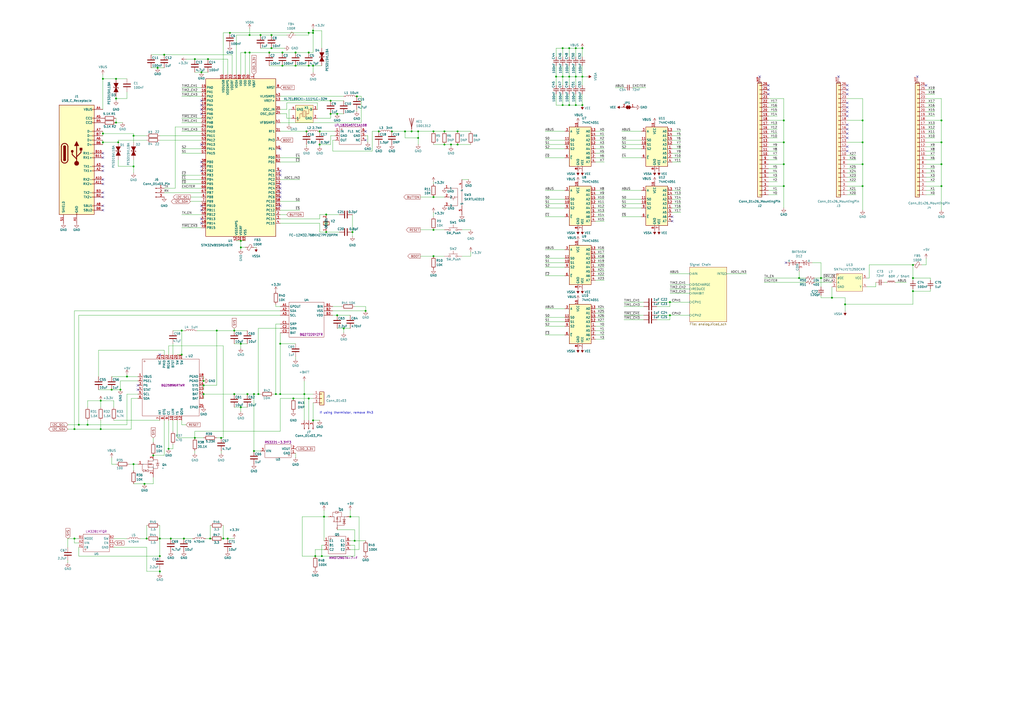
<source format=kicad_sch>
(kicad_sch (version 20250114) (generator "eeschema") (generator_version "9.0")
  (paper "A2")
  (title_block (title "Linea Main Board") (rev "1"))
  (text "If using thermistor, remove R43\n" (at 200.914 239.522 0) (effects (font (size 1.27 1.27))))
  (junction (at 139.7 143.51))
  (junction (at 337.82 60.96))
  (junction (at 330.2 27.94))
  (junction (at 334.01 27.94))
  (junction (at 546.1 107.95))
  (junction (at 529.59 153.67))
  (junction (at 58.42 232.41))
  (junction (at 529.59 168.91))
  (junction (at 58.42 248.92))
  (junction (at 212.09 180.34))
  (junction (at 163.83 38.1))
  (junction (at 162.56 199.39))
  (junction (at 186.69 322.58))
  (junction (at 181.61 243.84))
  (junction (at 476.25 161.29))
  (junction (at 171.45 38.1))
  (junction (at 238.76 76.2))
  (junction (at 118.11 228.6))
  (junction (at 261.62 83.82))
  (junction (at 482.6 172.72))
  (junction (at 182.88 322.58))
  (junction (at 337.82 44.45))
  (junction (at 334.01 60.96))
  (junction (at 92.71 312.42))
  (junction (at 242.57 76.2))
  (junction (at 162.56 228.6))
  (junction (at 43.18 312.42))
  (junction (at 142.24 30.48))
  (junction (at 176.53 228.6))
  (junction (at 203.2 299.72))
  (junction (at 500.38 95.25))
  (junction (at 135.89 191.77))
  (junction (at 326.39 27.94))
  (junction (at 265.43 83.82))
  (junction (at 388.62 182.88))
  (junction (at 59.69 82.55))
  (junction (at 179.07 38.1))
  (junction (at 257.81 76.2))
  (junction (at 251.46 114.3))
  (junction (at 50.8 246.38))
  (junction (at 546.1 95.25))
  (junction (at 144.78 30.48))
  (junction (at 43.18 248.92))
  (junction (at 133.35 19.05))
  (junction (at 191.77 58.42))
  (junction (at 147.32 228.6))
  (junction (at 500.38 69.85))
  (junction (at 463.55 161.29))
  (junction (at 139.7 139.7))
  (junction (at 113.03 254))
  (junction (at 265.43 76.2))
  (junction (at 139.7 199.39))
  (junction (at 160.02 228.6))
  (junction (at 251.46 76.2))
  (junction (at 45.72 246.38))
  (junction (at 546.1 82.55))
  (junction (at 139.7 236.22))
  (junction (at 92.71 322.58))
  (junction (at 68.58 82.55))
  (junction (at 118.11 223.52))
  (junction (at 69.85 226.06))
  (junction (at 147.32 261.62))
  (junction (at 234.95 76.2))
  (junction (at 67.31 45.72))
  (junction (at 77.47 78.74))
  (junction (at 529.59 161.29))
  (junction (at 185.42 83.82))
  (junction (at 179.07 231.14))
  (junction (at 144.78 20.32))
  (junction (at 181.61 17.78))
  (junction (at 454.66 107.95))
  (junction (at 454.66 95.25))
  (junction (at 59.69 45.72))
  (junction (at 106.68 312.42))
  (junction (at 199.39 190.5))
  (junction (at 500.38 82.55))
  (junction (at 322.58 44.45))
  (junction (at 91.44 39.37))
  (junction (at 128.27 254))
  (junction (at 330.2 60.96))
  (junction (at 120.65 34.29))
  (junction (at 207.01 55.88))
  (junction (at 77.47 269.24))
  (junction (at 156.21 30.48))
  (junction (at 157.48 20.32))
  (junction (at 170.18 231.14))
  (junction (at 334.01 44.45))
  (junction (at 454.66 69.85))
  (junction (at 195.58 182.88))
  (junction (at 337.82 27.94))
  (junction (at 95.25 31.75))
  (junction (at 454.66 82.55))
  (junction (at 64.77 226.06))
  (junction (at 189.23 134.62))
  (junction (at 129.54 312.42))
  (junction (at 118.11 220.98))
  (junction (at 219.71 76.2))
  (junction (at 179.07 30.48))
  (junction (at 191.77 66.04))
  (junction (at 177.8 76.2))
  (junction (at 116.84 41.91))
  (junction (at 185.42 76.2))
  (junction (at 59.69 77.47))
  (junction (at 205.74 313.69))
  (junction (at 143.51 228.6))
  (junction (at 330.2 44.45))
  (junction (at 149.86 228.6))
  (junction (at 83.82 280.67))
  (junction (at 187.96 299.72))
  (junction (at 121.92 312.42))
  (junction (at 500.38 107.95))
  (junction (at 179.07 19.05))
  (junction (at 105.41 191.77))
  (junction (at 181.61 19.05))
  (junction (at 171.45 30.48))
  (junction (at 242.57 80.01))
  (junction (at 73.66 218.44))
  (junction (at 227.33 76.2))
  (junction (at 189.23 124.46))
  (junction (at 388.62 175.26))
  (junction (at 105.41 205.74))
  (junction (at 125.73 191.77))
  (junction (at 88.9 264.16))
  (junction (at 67.31 71.12))
  (junction (at 326.39 60.96))
  (junction (at 490.22 176.53))
  (junction (at 97.79 260.35))
  (junction (at 181.61 38.1))
  (junction (at 326.39 44.45))
  (junction (at 157.48 27.94))
  (junction (at 195.58 66.04))
  (junction (at 151.13 20.32))
  (junction (at 257.81 83.82))
  (junction (at 77.47 96.52))
  (junction (at 546.1 69.85))
  (junction (at 251.46 148.59))
  (junction (at 132.08 312.42))
  (junction (at 251.46 133.35))
  (junction (at 67.31 57.15))
  (junction (at 135.89 228.6))
  (junction (at 85.09 312.42))
  (junction (at 204.47 134.62))
  (junction (at 99.06 312.42))
  (junction (at 163.83 30.48))
  (junction (at 113.03 34.29))
  (junction (at 92.71 331.47))
  (no_connect (at 491.49 87.63))
  (no_connect (at 491.49 64.77))
  (no_connect (at 491.49 67.31))
  (no_connect (at 59.69 99.06))
  (no_connect (at 162.56 109.22))
  (no_connect (at 389.89 128.27))
  (no_connect (at 59.69 114.3))
  (no_connect (at 116.84 96.52))
  (no_connect (at 116.84 58.42))
  (no_connect (at 445.77 52.07))
  (no_connect (at 162.56 106.68))
  (no_connect (at 455.93 152.4))
  (no_connect (at 162.56 86.36))
  (no_connect (at 59.69 96.52))
  (no_connect (at 116.84 66.04))
  (no_connect (at 491.49 80.01))
  (no_connect (at 491.49 85.09))
  (no_connect (at 59.69 119.38))
  (no_connect (at 491.49 52.07))
  (no_connect (at 491.49 49.53))
  (no_connect (at 59.69 104.14))
  (no_connect (at 116.84 119.38))
  (no_connect (at 486.41 44.45))
  (no_connect (at 491.49 54.61))
  (no_connect (at 162.56 111.76))
  (no_connect (at 491.49 72.39))
  (no_connect (at 59.69 91.44))
  (no_connect (at 162.56 99.06))
  (no_connect (at 162.56 101.6))
  (no_connect (at 80.01 226.06))
  (no_connect (at 445.77 54.61))
  (no_connect (at 440.69 44.45))
  (no_connect (at 212.09 81.28))
  (no_connect (at 162.56 114.3))
  (no_connect (at 80.01 223.52))
  (no_connect (at 491.49 74.93))
  (no_connect (at 537.21 49.53))
  (no_connect (at 389.89 125.73))
  (no_connect (at 116.84 129.54))
  (no_connect (at 212.09 76.2))
  (no_connect (at 116.84 83.82))
  (no_connect (at 116.84 60.96))
  (no_connect (at 116.84 93.98))
  (no_connect (at 532.13 44.45))
  (no_connect (at 491.49 77.47))
  (no_connect (at 116.84 127))
  (no_connect (at 162.56 119.38))
  (no_connect (at 59.69 88.9))
  (no_connect (at 491.49 62.23))
  (no_connect (at 59.69 121.92))
  (no_connect (at 445.77 49.53))
  (no_connect (at 491.49 59.69))
  (no_connect (at 116.84 121.92))
  (no_connect (at 59.69 111.76))
  (no_connect (at 92.71 205.74))
  (no_connect (at 116.84 63.5))
  (no_connect (at 116.84 99.06))
  (no_connect (at 59.69 106.68))
  (wire (pts (xy 326.39 27.94) (xy 330.2 27.94)))
  (wire (pts (xy 166.37 59.69) (xy 184.15 59.69)))
  (wire (pts (xy 322.58 44.45) (xy 326.39 44.45)))
  (wire (pts (xy 95.25 111.76) (xy 116.84 111.76)))
  (wire (pts (xy 450.85 80.01) (xy 445.77 80.01)))
  (wire (pts (xy 546.1 107.95) (xy 546.1 121.92)))
  (wire (pts (xy 88.9 254) (xy 88.9 256.54)))
  (wire (pts (xy 350.52 120.65) (xy 345.44 120.65)))
  (wire (pts (xy 454.66 120.65) (xy 454.66 107.95)))
  (wire (pts (xy 157.48 20.32) (xy 166.37 20.32)))
  (wire (pts (xy 102.87 205.74) (xy 105.41 205.74)))
  (wire (pts (xy 191.77 66.04) (xy 195.58 66.04)))
  (wire (pts (xy 373.38 185.42) (xy 361.95 185.42)))
  (wire (pts (xy 316.23 149.86) (xy 327.66 149.86)))
  (wire (pts (xy 118.11 254) (xy 113.03 254)))
  (wire (pts (xy 59.69 77.47) (xy 59.69 78.74)))
  (wire (pts (xy 107.95 246.38) (xy 105.41 246.38)))
  (wire (pts (xy 394.97 120.65) (xy 389.89 120.65)))
  (wire (pts (xy 491.49 82.55) (xy 500.38 82.55)))
  (wire (pts (xy 504.19 153.67) (xy 529.59 153.67)))
  (wire (pts (xy 539.75 168.91) (xy 529.59 168.91)))
  (wire (pts (xy 59.69 45.72) (xy 59.69 63.5)))
  (wire (pts (xy 66.04 312.42) (xy 73.66 312.42)))
  (wire (pts (xy 490.22 176.53) (xy 529.59 176.53)))
  (wire (pts (xy 322.58 60.96) (xy 326.39 60.96)))
  (wire (pts (xy 67.31 58.42) (xy 67.31 57.15)))
  (wire (pts (xy 181.61 38.1) (xy 179.07 38.1)))
  (wire (pts (xy 205.74 177.8) (xy 212.09 177.8)))
  (wire (pts (xy 529.59 168.91) (xy 529.59 176.53)))
  (wire (pts (xy 350.52 91.44) (xy 345.44 91.44)))
  (wire (pts (xy 350.52 83.82) (xy 345.44 83.82)))
  (wire (pts (xy 134.62 43.18) (xy 134.62 31.75)))
  (wire (pts (xy 67.31 71.12) (xy 71.12 71.12)))
  (wire (pts (xy 50.8 236.22) (xy 50.8 232.41)))
  (wire (pts (xy 350.52 152.4) (xy 345.44 152.4)))
  (wire (pts (xy 185.42 134.62) (xy 185.42 129.54)))
  (wire (pts (xy 129.54 200.66) (xy 129.54 254)))
  (wire (pts (xy 113.03 41.91) (xy 116.84 41.91)))
  (wire (pts (xy 496.57 92.71) (xy 491.49 92.71)))
  (wire (pts (xy 92.71 78.74) (xy 116.84 78.74)))
  (wire (pts (xy 326.39 60.96) (xy 330.2 60.96)))
  (wire (pts (xy 238.76 76.2) (xy 242.57 76.2)))
  (wire (pts (xy 116.84 132.08) (xy 105.41 132.08)))
  (wire (pts (xy 350.52 128.27) (xy 345.44 128.27)))
  (wire (pts (xy 125.73 223.52) (xy 125.73 191.77)))
  (wire (pts (xy 68.58 81.28) (xy 68.58 82.55)))
  (wire (pts (xy 181.61 16.51) (xy 181.61 17.78)))
  (wire (pts (xy 350.52 196.85) (xy 345.44 196.85)))
  (wire (pts (xy 129.54 312.42) (xy 132.08 312.42)))
  (wire (pts (xy 463.55 161.29) (xy 467.36 161.29)))
  (wire (pts (xy 316.23 160.02) (xy 327.66 160.02)))
  (wire (pts (xy 50.8 243.84) (xy 50.8 246.38)))
  (wire (pts (xy 542.29 54.61) (xy 537.21 54.61)))
  (wire (pts (xy 350.52 191.77) (xy 345.44 191.77)))
  (wire (pts (xy 129.54 304.8) (xy 129.54 312.42)))
  (wire (pts (xy 326.39 54.61) (xy 326.39 60.96)))
  (wire (pts (xy 66.04 317.5) (xy 85.09 317.5)))
  (wire (pts (xy 92.71 331.47) (xy 92.71 330.2)))
  (wire (pts (xy 273.05 148.59) (xy 267.97 148.59)))
  (wire (pts (xy 373.38 175.26) (xy 361.95 175.26)))
  (wire (pts (xy 67.31 57.15) (xy 73.66 57.15)))
  (wire (pts (xy 421.64 158.75) (xy 433.07 158.75)))
  (wire (pts (xy 542.29 105.41) (xy 537.21 105.41)))
  (wire (pts (xy 162.56 231.14) (xy 170.18 231.14)))
  (wire (pts (xy 537.21 57.15) (xy 546.1 57.15)))
  (wire (pts (xy 267.97 104.14) (xy 271.78 104.14)))
  (wire (pts (xy 476.25 161.29) (xy 482.6 161.29)))
  (wire (pts (xy 388.62 177.8) (xy 381 177.8)))
  (wire (pts (xy 204.47 124.46) (xy 204.47 134.62)))
  (wire (pts (xy 39.37 246.38) (xy 45.72 246.38)))
  (wire (pts (xy 476.25 172.72) (xy 482.6 172.72)))
  (wire (pts (xy 316.23 125.73) (xy 327.66 125.73)))
  (wire (pts (xy 171.45 20.32) (xy 179.07 20.32)))
  (wire (pts (xy 242.57 80.01) (xy 234.95 80.01)))
  (wire (pts (xy 167.64 72.39) (xy 167.64 63.5)))
  (wire (pts (xy 182.88 318.77) (xy 182.88 322.58)))
  (wire (pts (xy 92.71 331.47) (xy 92.71 332.74)))
  (wire (pts (xy 135.89 191.77) (xy 143.51 191.77)))
  (wire (pts (xy 121.92 304.8) (xy 121.92 312.42)))
  (wire (pts (xy 85.09 317.5) (xy 85.09 331.47)))
  (wire (pts (xy 251.46 76.2) (xy 257.81 76.2)))
  (wire (pts (xy 388.62 167.64) (xy 400.05 167.64)))
  (wire (pts (xy 50.8 246.38) (xy 73.66 246.38)))
  (wire (pts (xy 471.17 152.4) (xy 476.25 152.4)))
  (wire (pts (xy 77.47 269.24) (xy 80.01 269.24)))
  (wire (pts (xy 105.41 101.6) (xy 116.84 101.6)))
  (wire (pts (xy 500.38 107.95) (xy 500.38 121.92)))
  (wire (pts (xy 175.26 322.58) (xy 182.88 322.58)))
  (wire (pts (xy 139.7 30.48) (xy 139.7 43.18)))
  (wire (pts (xy 128.27 254) (xy 125.73 254)))
  (wire (pts (xy 191.77 78.74) (xy 191.77 83.82)))
  (wire (pts (xy 472.44 161.29) (xy 476.25 161.29)))
  (wire (pts (xy 539.75 162.56) (xy 539.75 161.29)))
  (wire (pts (xy 181.61 243.84) (xy 185.42 243.84)))
  (wire (pts (xy 537.21 97.79) (xy 542.29 97.79)))
  (wire (pts (xy 45.72 322.58) (xy 92.71 322.58)))
  (wire (pts (xy 59.69 43.18) (xy 59.69 45.72)))
  (wire (pts (xy 92.71 312.42) (xy 99.06 312.42)))
  (wire (pts (xy 118.11 223.52) (xy 118.11 226.06)))
  (wire (pts (xy 356.87 50.8) (xy 361.95 50.8)))
  (wire (pts (xy 334.01 54.61) (xy 334.01 60.96)))
  (wire (pts (xy 77.47 82.55) (xy 77.47 78.74)))
  (wire (pts (xy 144.78 30.48) (xy 156.21 30.48)))
  (wire (pts (xy 537.21 95.25) (xy 546.1 95.25)))
  (wire (pts (xy 504.19 153.67) (xy 504.19 161.29)))
  (wire (pts (xy 316.23 91.44) (xy 327.66 91.44)))
  (wire (pts (xy 66.04 236.22) (xy 66.04 232.41)))
  (wire (pts (xy 491.49 90.17) (xy 496.57 90.17)))
  (wire (pts (xy 212.09 177.8) (xy 212.09 180.34)))
  (wire (pts (xy 337.82 60.96) (xy 337.82 54.61)))
  (wire (pts (xy 85.09 304.8) (xy 85.09 312.42)))
  (wire (pts (xy 450.85 100.33) (xy 445.77 100.33)))
  (wire (pts (xy 176.53 220.98) (xy 176.53 228.6)))
  (wire (pts (xy 119.38 312.42) (xy 121.92 312.42)))
  (wire (pts (xy 450.85 77.47) (xy 445.77 77.47)))
  (wire (pts (xy 542.29 64.77) (xy 537.21 64.77)))
  (wire (pts (xy 92.71 331.47) (xy 85.09 331.47)))
  (wire (pts (xy 203.2 318.77) (xy 208.28 318.77)))
  (wire (pts (xy 137.16 43.18) (xy 137.16 20.32)))
  (wire (pts (xy 120.65 34.29) (xy 132.08 34.29)))
  (wire (pts (xy 105.41 50.8) (xy 116.84 50.8)))
  (wire (pts (xy 59.69 82.55) (xy 59.69 83.82)))
  (wire (pts (xy 394.97 83.82) (xy 389.89 83.82)))
  (wire (pts (xy 243.84 133.35) (xy 251.46 133.35)))
  (wire (pts (xy 187.96 316.23) (xy 186.69 316.23)))
  (wire (pts (xy 496.57 110.49) (xy 491.49 110.49)))
  (wire (pts (xy 105.41 109.22) (xy 116.84 109.22)))
  (wire (pts (xy 513.08 163.83) (xy 514.35 163.83)))
  (wire (pts (xy 139.7 143.51) (xy 139.7 144.78)))
  (wire (pts (xy 491.49 97.79) (xy 496.57 97.79)))
  (wire (pts (xy 443.23 163.83) (xy 467.36 163.83)))
  (wire (pts (xy 43.18 248.92) (xy 43.18 180.34)))
  (wire (pts (xy 345.44 86.36) (xy 350.52 86.36)))
  (wire (pts (xy 58.42 248.92) (xy 76.2 248.92)))
  (wire (pts (xy 101.6 73.66) (xy 101.6 109.22)))
  (wire (pts (xy 322.58 33.02) (xy 322.58 27.94)))
  (wire (pts (xy 316.23 189.23) (xy 327.66 189.23)))
  (wire (pts (xy 243.84 148.59) (xy 251.46 148.59)))
  (wire (pts (xy 162.56 199.39) (xy 171.45 199.39)))
  (wire (pts (xy 97.79 205.74) (xy 97.79 200.66)))
  (wire (pts (xy 135.89 228.6) (xy 143.51 228.6)))
  (wire (pts (xy 215.9 87.63) (xy 215.9 76.2)))
  (wire (pts (xy 191.77 58.42) (xy 199.39 58.42)))
  (wire (pts (xy 170.18 231.14) (xy 179.07 231.14)))
  (wire (pts (xy 147.32 228.6) (xy 147.32 261.62)))
  (wire (pts (xy 251.46 105.41) (xy 251.46 106.68)))
  (wire (pts (xy 251.46 114.3) (xy 257.81 114.3)))
  (wire (pts (xy 43.18 314.96) (xy 45.72 314.96)))
  (wire (pts (xy 476.25 171.45) (xy 476.25 172.72)))
  (wire (pts (xy 350.52 194.31) (xy 345.44 194.31)))
  (wire (pts (xy 113.03 34.29) (xy 120.65 34.29)))
  (wire (pts (xy 173.99 93.98) (xy 162.56 93.98)))
  (wire (pts (xy 326.39 33.02) (xy 326.39 27.94)))
  (wire (pts (xy 496.57 105.41) (xy 491.49 105.41)))
  (wire (pts (xy 205.74 307.34) (xy 205.74 313.69)))
  (wire (pts (xy 162.56 228.6) (xy 176.53 228.6)))
  (wire (pts (xy 243.84 114.3) (xy 251.46 114.3)))
  (wire (pts (xy 67.31 269.24) (xy 64.77 269.24)))
  (wire (pts (xy 129.54 19.05) (xy 133.35 19.05)))
  (wire (pts (xy 68.58 96.52) (xy 68.58 92.71)))
  (wire (pts (xy 316.23 194.31) (xy 327.66 194.31)))
  (wire (pts (xy 350.52 189.23) (xy 345.44 189.23)))
  (wire (pts (xy 162.56 250.19) (xy 162.56 231.14)))
  (wire (pts (xy 39.37 312.42) (xy 43.18 312.42)))
  (wire (pts (xy 394.97 86.36) (xy 389.89 86.36)))
  (wire (pts (xy 454.66 57.15) (xy 454.66 69.85)))
  (wire (pts (xy 337.82 44.45) (xy 337.82 38.1)))
  (wire (pts (xy 334.01 44.45) (xy 334.01 49.53)))
  (wire (pts (xy 360.68 118.11) (xy 372.11 118.11)))
  (wire (pts (xy 193.04 182.88) (xy 195.58 182.88)))
  (wire (pts (xy 251.46 83.82) (xy 257.81 83.82)))
  (wire (pts (xy 95.25 203.2) (xy 57.15 203.2)))
  (wire (pts (xy 450.85 113.03) (xy 445.77 113.03)))
  (wire (pts (xy 450.85 97.79) (xy 445.77 97.79)))
  (wire (pts (xy 95.25 264.16) (xy 88.9 264.16)))
  (wire (pts (xy 360.68 91.44) (xy 372.11 91.44)))
  (wire (pts (xy 482.6 172.72) (xy 490.22 172.72)))
  (wire (pts (xy 496.57 102.87) (xy 491.49 102.87)))
  (wire (pts (xy 187.96 299.72) (xy 175.26 299.72)))
  (wire (pts (xy 39.37 248.92) (xy 43.18 248.92)))
  (wire (pts (xy 360.68 76.2) (xy 372.11 76.2)))
  (wire (pts (xy 360.68 125.73) (xy 372.11 125.73)))
  (wire (pts (xy 350.52 123.19) (xy 345.44 123.19)))
  (wire (pts (xy 137.16 20.32) (xy 144.78 20.32)))
  (wire (pts (xy 539.75 161.29) (xy 529.59 161.29)))
  (wire (pts (xy 69.85 220.98) (xy 69.85 226.06)))
  (wire (pts (xy 491.49 57.15) (xy 500.38 57.15)))
  (wire (pts (xy 394.97 76.2) (xy 389.89 76.2)))
  (wire (pts (xy 77.47 78.74) (xy 77.47 77.47)))
  (wire (pts (xy 394.97 88.9) (xy 389.89 88.9)))
  (wire (pts (xy 273.05 146.05) (xy 273.05 148.59)))
  (wire (pts (xy 539.75 167.64) (xy 539.75 168.91)))
  (wire (pts (xy 182.88 322.58) (xy 186.69 322.58)))
  (wire (pts (xy 394.97 115.57) (xy 389.89 115.57)))
  (wire (pts (xy 350.52 125.73) (xy 345.44 125.73)))
  (wire (pts (xy 171.45 207.01) (xy 171.45 208.28)))
  (wire (pts (xy 116.84 81.28) (xy 92.71 81.28)))
  (wire (pts (xy 118.11 223.52) (xy 125.73 223.52)))
  (wire (pts (xy 105.41 191.77) (xy 105.41 205.74)))
  (wire (pts (xy 77.47 96.52) (xy 77.47 100.33)))
  (wire (pts (xy 450.85 87.63) (xy 445.77 87.63)))
  (wire (pts (xy 265.43 83.82) (xy 273.05 83.82)))
  (wire (pts (xy 106.68 191.77) (xy 105.41 191.77)))
  (wire (pts (xy 139.7 139.7) (xy 139.7 143.51)))
  (wire (pts (xy 67.31 57.15) (xy 67.31 55.88)))
  (wire (pts (xy 193.04 81.28) (xy 193.04 87.63)))
  (wire (pts (xy 208.28 318.77) (xy 208.28 299.72)))
  (wire (pts (xy 482.6 166.37) (xy 482.6 172.72)))
  (wire (pts (xy 187.96 318.77) (xy 182.88 318.77)))
  (wire (pts (xy 381 182.88) (xy 388.62 182.88)))
  (wire (pts (xy 143.51 236.22) (xy 139.7 236.22)))
  (wire (pts (xy 191.77 83.82) (xy 185.42 83.82)))
  (wire (pts (xy 166.37 66.04) (xy 166.37 68.58)))
  (wire (pts (xy 143.51 228.6) (xy 147.32 228.6)))
  (wire (pts (xy 74.93 269.24) (xy 77.47 269.24)))
  (wire (pts (xy 105.41 53.34) (xy 116.84 53.34)))
  (wire (pts (xy 181.61 233.68) (xy 181.61 243.84)))
  (wire (pts (xy 537.21 69.85) (xy 546.1 69.85)))
  (wire (pts (xy 500.38 95.25) (xy 500.38 107.95)))
  (wire (pts (xy 350.52 157.48) (xy 345.44 157.48)))
  (wire (pts (xy 316.23 83.82) (xy 327.66 83.82)))
  (wire (pts (xy 350.52 184.15) (xy 345.44 184.15)))
  (wire (pts (xy 143.51 199.39) (xy 139.7 199.39)))
  (wire (pts (xy 450.85 110.49) (xy 445.77 110.49)))
  (wire (pts (xy 64.77 226.06) (xy 69.85 226.06)))
  (wire (pts (xy 542.29 87.63) (xy 537.21 87.63)))
  (wire (pts (xy 322.58 27.94) (xy 326.39 27.94)))
  (wire (pts (xy 204.47 134.62) (xy 204.47 137.16)))
  (wire (pts (xy 176.53 228.6) (xy 181.61 228.6)))
  (wire (pts (xy 350.52 118.11) (xy 345.44 118.11)))
  (wire (pts (xy 463.55 157.48) (xy 463.55 161.29)))
  (wire (pts (xy 162.56 124.46) (xy 166.37 124.46)))
  (wire (pts (xy 394.97 110.49) (xy 389.89 110.49)))
  (wire (pts (xy 171.45 30.48) (xy 179.07 30.48)))
  (wire (pts (xy 139.7 139.7) (xy 142.24 139.7)))
  (wire (pts (xy 334.01 27.94) (xy 337.82 27.94)))
  (wire (pts (xy 326.39 38.1) (xy 326.39 44.45)))
  (wire (pts (xy 330.2 49.53) (xy 330.2 44.45)))
  (wire (pts (xy 316.23 179.07) (xy 327.66 179.07)))
  (wire (pts (xy 185.42 76.2) (xy 194.31 76.2)))
  (wire (pts (xy 350.52 113.03) (xy 345.44 113.03)))
  (wire (pts (xy 388.62 170.18) (xy 400.05 170.18)))
  (wire (pts (xy 519.43 163.83) (xy 525.78 163.83)))
  (wire (pts (xy 476.25 161.29) (xy 476.25 166.37)))
  (wire (pts (xy 450.85 72.39) (xy 445.77 72.39)))
  (wire (pts (xy 77.47 269.24) (xy 77.47 273.05)))
  (wire (pts (xy 181.61 30.48) (xy 179.07 30.48)))
  (wire (pts (xy 100.33 243.84) (xy 100.33 250.19)))
  (wire (pts (xy 157.48 27.94) (xy 165.1 27.94)))
  (wire (pts (xy 189.23 134.62) (xy 196.85 134.62)))
  (wire (pts (xy 542.29 90.17) (xy 537.21 90.17)))
  (wire (pts (xy 373.38 177.8) (xy 361.95 177.8)))
  (wire (pts (xy 205.74 316.23) (xy 205.74 322.58)))
  (wire (pts (xy 337.82 44.45) (xy 340.36 44.45)))
  (wire (pts (xy 45.72 182.88) (xy 45.72 246.38)))
  (wire (pts (xy 162.56 76.2) (xy 177.8 76.2)))
  (wire (pts (xy 66.04 232.41) (xy 58.42 232.41)))
  (wire (pts (xy 139.7 236.22) (xy 139.7 238.76)))
  (wire (pts (xy 350.52 179.07) (xy 345.44 179.07)))
  (wire (pts (xy 162.56 199.39) (xy 162.56 228.6)))
  (wire (pts (xy 113.03 250.19) (xy 162.56 250.19)))
  (wire (pts (xy 445.77 57.15) (xy 454.66 57.15)))
  (wire (pts (xy 158.75 228.6) (xy 160.02 228.6)))
  (wire (pts (xy 388.62 182.88) (xy 388.62 185.42)))
  (wire (pts (xy 177.8 85.09) (xy 177.8 83.82)))
  (wire (pts (xy 66.04 243.84) (xy 92.71 243.84)))
  (wire (pts (xy 43.18 312.42) (xy 45.72 312.42)))
  (wire (pts (xy 208.28 299.72) (xy 203.2 299.72)))
  (wire (pts (xy 490.22 172.72) (xy 490.22 176.53)))
  (wire (pts (xy 105.41 86.36) (xy 116.84 86.36)))
  (wire (pts (xy 529.59 153.67) (xy 529.59 161.29)))
  (wire (pts (xy 316.23 120.65) (xy 327.66 120.65)))
  (wire (pts (xy 39.37 326.39) (xy 39.37 325.12)))
  (wire (pts (xy 257.81 83.82) (xy 261.62 83.82)))
  (wire (pts (xy 502.92 161.29) (xy 504.19 161.29)))
  (wire (pts (xy 162.56 187.96) (xy 160.02 187.96)))
  (wire (pts (xy 125.73 191.77) (xy 114.3 191.77)))
  (wire (pts (xy 330.2 44.45) (xy 334.01 44.45)))
  (wire (pts (xy 144.78 43.18) (xy 144.78 30.48)))
  (wire (pts (xy 129.54 43.18) (xy 129.54 19.05)))
  (wire (pts (xy 542.29 62.23) (xy 537.21 62.23)))
  (wire (pts (xy 360.68 81.28) (xy 372.11 81.28)))
  (wire (pts (xy 175.26 299.72) (xy 175.26 322.58)))
  (wire (pts (xy 73.66 217.17) (xy 73.66 218.44)))
  (wire (pts (xy 39.37 312.42) (xy 39.37 317.5)))
  (wire (pts (xy 181.61 19.05) (xy 181.61 30.48)))
  (wire (pts (xy 454.66 95.25) (xy 454.66 107.95)))
  (wire (pts (xy 186.69 316.23) (xy 186.69 322.58)))
  (wire (pts (xy 388.62 182.88) (xy 400.05 182.88)))
  (wire (pts (xy 144.78 16.51) (xy 144.78 20.32)))
  (wire (pts (xy 59.69 81.28) (xy 59.69 82.55)))
  (wire (pts (xy 381 175.26) (xy 388.62 175.26)))
  (wire (pts (xy 59.69 82.55) (xy 68.58 82.55)))
  (wire (pts (xy 350.52 81.28) (xy 345.44 81.28)))
  (wire (pts (xy 450.85 102.87) (xy 445.77 102.87)))
  (wire (pts (xy 73.66 228.6) (xy 80.01 228.6)))
  (wire (pts (xy 116.84 71.12) (xy 105.41 71.12)))
  (wire (pts (xy 360.68 115.57) (xy 372.11 115.57)))
  (wire (pts (xy 92.71 304.8) (xy 92.71 312.42)))
  (wire (pts (xy 209.55 55.88) (xy 209.55 71.12)))
  (wire (pts (xy 88.9 276.86) (xy 88.9 280.67)))
  (wire (pts (xy 185.42 134.62) (xy 189.23 134.62)))
  (wire (pts (xy 43.18 248.92) (xy 58.42 248.92)))
  (wire (pts (xy 330.2 33.02) (xy 330.2 27.94)))
  (wire (pts (xy 107.95 34.29) (xy 113.03 34.29)))
  (wire (pts (xy 542.29 80.01) (xy 537.21 80.01)))
  (wire (pts (xy 181.61 17.78) (xy 181.61 19.05)))
  (wire (pts (xy 450.85 74.93) (xy 445.77 74.93)))
  (wire (pts (xy 179.07 20.32) (xy 179.07 19.05)))
  (wire (pts (xy 542.29 102.87) (xy 537.21 102.87)))
  (wire (pts (xy 257.81 76.2) (xy 265.43 76.2)))
  (wire (pts (xy 110.49 116.84) (xy 116.84 116.84)))
  (wire (pts (xy 105.41 124.46) (xy 116.84 124.46)))
  (wire (pts (xy 100.33 191.77) (xy 105.41 191.77)))
  (wire (pts (xy 207.01 63.5) (xy 207.01 64.77)))
  (wire (pts (xy 191.77 68.58) (xy 184.15 68.58)))
  (wire (pts (xy 45.72 246.38) (xy 50.8 246.38)))
  (wire (pts (xy 445.77 82.55) (xy 454.66 82.55)))
  (wire (pts (xy 132.08 43.18) (xy 132.08 34.29)))
  (wire (pts (xy 160.02 177.8) (xy 160.02 176.53)))
  (wire (pts (xy 87.63 31.75) (xy 95.25 31.75)))
  (wire (pts (xy 450.85 62.23) (xy 445.77 62.23)))
  (wire (pts (xy 350.52 160.02) (xy 345.44 160.02)))
  (wire (pts (xy 77.47 96.52) (xy 77.47 92.71)))
  (wire (pts (xy 99.06 312.42) (xy 106.68 312.42)))
  (wire (pts (xy 162.56 190.5) (xy 149.86 190.5)))
  (wire (pts (xy 118.11 218.44) (xy 118.11 220.98)))
  (wire (pts (xy 189.23 124.46) (xy 196.85 124.46)))
  (wire (pts (xy 43.18 314.96) (xy 43.18 312.42)))
  (wire (pts (xy 546.1 82.55) (xy 546.1 95.25)))
  (wire (pts (xy 203.2 190.5) (xy 199.39 190.5)))
  (wire (pts (xy 394.97 81.28) (xy 389.89 81.28)))
  (wire (pts (xy 113.03 254) (xy 113.03 250.19)))
  (wire (pts (xy 345.44 181.61) (xy 350.52 181.61)))
  (wire (pts (xy 190.5 299.72) (xy 187.96 299.72)))
  (wire (pts (xy 360.68 83.82) (xy 372.11 83.82)))
  (wire (pts (xy 91.44 39.37) (xy 95.25 39.37)))
  (wire (pts (xy 394.97 118.11) (xy 389.89 118.11)))
  (wire (pts (xy 162.56 66.04) (xy 166.37 66.04)))
  (wire (pts (xy 326.39 49.53) (xy 326.39 44.45)))
  (wire (pts (xy 134.62 31.75) (xy 95.25 31.75)))
  (wire (pts (xy 88.9 280.67) (xy 83.82 280.67)))
  (wire (pts (xy 156.21 30.48) (xy 163.83 30.48)))
  (wire (pts (xy 162.56 104.14) (xy 173.99 104.14)))
  (wire (pts (xy 162.56 58.42) (xy 191.77 58.42)))
  (wire (pts (xy 537.21 100.33) (xy 542.29 100.33)))
  (wire (pts (xy 500.38 82.55) (xy 500.38 95.25)))
  (wire (pts (xy 139.7 143.51) (xy 142.24 143.51)))
  (wire (pts (xy 80.01 231.14) (xy 76.2 231.14)))
  (wire (pts (xy 491.49 69.85) (xy 500.38 69.85)))
  (wire (pts (xy 508 163.83) (xy 508 166.37)))
  (wire (pts (xy 337.82 27.94) (xy 337.82 33.02)))
  (wire (pts (xy 167.64 63.5) (xy 168.91 63.5)))
  (wire (pts (xy 334.01 60.96) (xy 337.82 60.96)))
  (wire (pts (xy 162.56 127) (xy 185.42 127)))
  (wire (pts (xy 542.29 72.39) (xy 537.21 72.39)))
  (wire (pts (xy 212.09 78.74) (xy 213.36 78.74)))
  (wire (pts (xy 100.33 260.35) (xy 97.79 260.35)))
  (wire (pts (xy 195.58 307.34) (xy 205.74 307.34)))
  (wire (pts (xy 97.79 200.66) (xy 129.54 200.66)))
  (wire (pts (xy 542.29 59.69) (xy 537.21 59.69)))
  (wire (pts (xy 445.77 95.25) (xy 454.66 95.25)))
  (wire (pts (xy 58.42 232.41) (xy 58.42 236.22)))
  (wire (pts (xy 171.45 265.43) (xy 171.45 262.89)))
  (wire (pts (xy 186.69 17.78) (xy 186.69 27.94)))
  (wire (pts (xy 195.58 66.04) (xy 199.39 66.04)))
  (wire (pts (xy 388.62 158.75) (xy 400.05 158.75)))
  (wire (pts (xy 147.32 261.62) (xy 151.13 261.62)))
  (wire (pts (xy 267.97 133.35) (xy 273.05 133.35)))
  (wire (pts (xy 491.49 107.95) (xy 500.38 107.95)))
  (wire (pts (xy 142.24 30.48) (xy 142.24 43.18)))
  (wire (pts (xy 129.54 254) (xy 128.27 254)))
  (wire (pts (xy 193.04 87.63) (xy 215.9 87.63)))
  (wire (pts (xy 73.66 246.38) (xy 73.66 228.6)))
  (wire (pts (xy 77.47 280.67) (xy 83.82 280.67)))
  (wire (pts (xy 490.22 176.53) (xy 490.22 180.34)))
  (wire (pts (xy 542.29 113.03) (xy 537.21 113.03)))
  (wire (pts (xy 100.33 199.39) (xy 100.33 205.74)))
  (wire (pts (xy 496.57 100.33) (xy 491.49 100.33)))
  (wire (pts (xy 186.69 322.58) (xy 205.74 322.58)))
  (wire (pts (xy 205.74 313.69) (xy 212.09 313.69)))
  (wire (pts (xy 242.57 83.82) (xy 242.57 80.01)))
  (wire (pts (xy 116.84 76.2) (xy 105.41 76.2)))
  (wire (pts (xy 227.33 76.2) (xy 234.95 76.2)))
  (wire (pts (xy 542.29 67.31) (xy 537.21 67.31)))
  (wire (pts (xy 116.84 68.58) (xy 105.41 68.58)))
  (wire (pts (xy 179.07 231.14) (xy 179.07 243.84)))
  (wire (pts (xy 316.23 76.2) (xy 327.66 76.2)))
  (wire (pts (xy 316.23 144.78) (xy 327.66 144.78)))
  (wire (pts (xy 57.15 203.2) (xy 57.15 218.44)))
  (wire (pts (xy 135.89 190.5) (xy 135.89 191.77)))
  (wire (pts (xy 50.8 232.41) (xy 58.42 232.41)))
  (wire (pts (xy 142.24 30.48) (xy 139.7 30.48)))
  (wire (pts (xy 162.56 193.04) (xy 162.56 199.39)))
  (wire (pts (xy 137.16 139.7) (xy 139.7 139.7)))
  (wire (pts (xy 450.85 64.77) (xy 445.77 64.77)))
  (wire (pts (xy 73.66 218.44) (xy 80.01 218.44)))
  (wire (pts (xy 187.96 299.72) (xy 187.96 313.69)))
  (wire (pts (xy 184.15 59.69) (xy 184.15 63.5)))
  (wire (pts (xy 92.71 312.42) (xy 92.71 322.58)))
  (wire (pts (xy 203.2 316.23) (xy 205.74 316.23)))
  (wire (pts (xy 43.18 180.34) (xy 162.56 180.34)))
  (wire (pts (xy 193.04 177.8) (xy 198.12 177.8)))
  (wire (pts (xy 251.46 148.59) (xy 257.81 148.59)))
  (wire (pts (xy 149.86 190.5) (xy 149.86 228.6)))
  (wire (pts (xy 534.67 153.67) (xy 537.21 153.67)))
  (wire (pts (xy 394.97 113.03) (xy 389.89 113.03)))
  (wire (pts (xy 67.31 45.72) (xy 73.66 45.72)))
  (wire (pts (xy 185.42 124.46) (xy 189.23 124.46)))
  (wire (pts (xy 388.62 175.26) (xy 400.05 175.26)))
  (wire (pts (xy 102.87 254) (xy 113.03 254)))
  (wire (pts (xy 57.15 226.06) (xy 64.77 226.06)))
  (wire (pts (xy 166.37 68.58) (xy 168.91 68.58)))
  (wire (pts (xy 199.39 190.5) (xy 199.39 193.04)))
  (wire (pts (xy 546.1 95.25) (xy 546.1 107.95)))
  (wire (pts (xy 542.29 110.49) (xy 537.21 110.49)))
  (wire (pts (xy 450.85 105.41) (xy 445.77 105.41)))
  (wire (pts (xy 542.29 52.07) (xy 537.21 52.07)))
  (wire (pts (xy 162.56 71.12) (xy 209.55 71.12)))
  (wire (pts (xy 106.68 312.42) (xy 111.76 312.42)))
  (wire (pts (xy 316.23 86.36) (xy 327.66 86.36)))
  (wire (pts (xy 191.77 66.04) (xy 191.77 68.58)))
  (wire (pts (xy 67.31 68.58) (xy 67.31 71.12)))
  (wire (pts (xy 77.47 78.74) (xy 85.09 78.74)))
  (wire (pts (xy 322.58 38.1) (xy 322.58 44.45)))
  (wire (pts (xy 156.21 38.1) (xy 163.83 38.1)))
  (wire (pts (xy 118.11 228.6) (xy 118.11 231.14)))
  (wire (pts (xy 118.11 228.6) (xy 135.89 228.6)))
  (wire (pts (xy 373.38 182.88) (xy 361.95 182.88)))
  (wire (pts (xy 326.39 44.45) (xy 330.2 44.45)))
  (wire (pts (xy 360.68 110.49) (xy 372.11 110.49)))
  (wire (pts (xy 388.62 165.1) (xy 400.05 165.1)))
  (wire (pts (xy 454.66 82.55) (xy 454.66 69.85)))
  (wire (pts (xy 546.1 69.85) (xy 546.1 82.55)))
  (wire (pts (xy 207.01 55.88) (xy 209.55 55.88)))
  (wire (pts (xy 73.66 53.34) (xy 73.66 57.15)))
  (wire (pts (xy 450.85 90.17) (xy 445.77 90.17)))
  (wire (pts (xy 95.25 205.74) (xy 95.25 203.2)))
  (wire (pts (xy 144.78 30.48) (xy 142.24 30.48)))
  (wire (pts (xy 185.42 85.09) (xy 185.42 83.82)))
  (wire (pts (xy 162.56 63.5) (xy 166.37 63.5)))
  (wire (pts (xy 345.44 186.69) (xy 350.52 186.69)))
  (wire (pts (xy 76.2 231.14) (xy 76.2 248.92)))
  (wire (pts (xy 330.2 38.1) (xy 330.2 44.45)))
  (wire (pts (xy 173.99 121.92) (xy 162.56 121.92)))
  (wire (pts (xy 102.87 243.84) (xy 102.87 254)))
  (wire (pts (xy 195.58 182.88) (xy 203.2 182.88)))
  (wire (pts (xy 148.59 143.51) (xy 147.32 143.51)))
  (wire (pts (xy 322.58 49.53) (xy 322.58 44.45)))
  (wire (pts (xy 194.31 78.74) (xy 191.77 78.74)))
  (wire (pts (xy 360.68 120.65) (xy 372.11 120.65)))
  (wire (pts (xy 95.25 109.22) (xy 101.6 109.22)))
  (wire (pts (xy 173.99 116.84) (xy 162.56 116.84)))
  (wire (pts (xy 454.66 82.55) (xy 454.66 95.25)))
  (wire (pts (xy 171.45 38.1) (xy 179.07 38.1)))
  (wire (pts (xy 500.38 69.85) (xy 500.38 82.55)))
  (wire (pts (xy 147.32 228.6) (xy 149.86 228.6)))
  (wire (pts (xy 450.85 85.09) (xy 445.77 85.09)))
  (wire (pts (xy 261.62 83.82) (xy 261.62 85.09)))
  (wire (pts (xy 105.41 104.14) (xy 116.84 104.14)))
  (wire (pts (xy 80.01 220.98) (xy 69.85 220.98)))
  (wire (pts (xy 151.13 27.94) (xy 157.48 27.94)))
  (wire (pts (xy 337.82 44.45) (xy 337.82 49.53)))
  (wire (pts (xy 316.23 115.57) (xy 327.66 115.57)))
  (wire (pts (xy 163.83 38.1) (xy 171.45 38.1)))
  (wire (pts (xy 529.59 161.29) (xy 529.59 162.56)))
  (wire (pts (xy 542.29 74.93) (xy 537.21 74.93)))
  (wire (pts (xy 350.52 78.74) (xy 345.44 78.74)))
  (wire (pts (xy 135.89 236.22) (xy 139.7 236.22)))
  (wire (pts (xy 105.41 246.38) (xy 105.41 243.84)))
  (wire (pts (xy 316.23 81.28) (xy 327.66 81.28)))
  (wire (pts (xy 181.61 17.78) (xy 186.69 17.78)))
  (wire (pts (xy 135.89 199.39) (xy 139.7 199.39)))
  (wire (pts (xy 45.72 317.5) (xy 45.72 322.58)))
  (wire (pts (xy 97.79 243.84) (xy 97.79 260.35)))
  (wire (pts (xy 193.04 180.34) (xy 212.09 180.34)))
  (wire (pts (xy 160.02 187.96) (xy 160.02 228.6)))
  (wire (pts (xy 350.52 149.86) (xy 345.44 149.86)))
  (wire (pts (xy 179.07 19.05) (xy 181.61 19.05)))
  (wire (pts (xy 350.52 115.57) (xy 345.44 115.57)))
  (wire (pts (xy 215.9 76.2) (xy 219.71 76.2)))
  (wire (pts (xy 367.03 50.8) (xy 374.65 50.8)))
  (wire (pts (xy 330.2 60.96) (xy 334.01 60.96)))
  (wire (pts (xy 162.56 129.54) (xy 185.42 129.54)))
  (wire (pts (xy 194.31 81.28) (xy 193.04 81.28)))
  (wire (pts (xy 162.56 177.8) (xy 160.02 177.8)))
  (wire (pts (xy 85.09 81.28) (xy 68.58 81.28)))
  (wire (pts (xy 394.97 93.98) (xy 389.89 93.98)))
  (wire (pts (xy 173.99 91.44) (xy 162.56 91.44)))
  (wire (pts (xy 350.52 93.98) (xy 345.44 93.98)))
  (wire (pts (xy 450.85 59.69) (xy 445.77 59.69)))
  (wire (pts (xy 334.01 44.45) (xy 337.82 44.45)))
  (wire (pts (xy 322.58 54.61) (xy 322.58 60.96)))
  (wire (pts (xy 350.52 147.32) (xy 345.44 147.32)))
  (wire (pts (xy 476.25 152.4) (xy 476.25 161.29)))
  (wire (pts (xy 350.52 162.56) (xy 345.44 162.56)))
  (wire (pts (xy 160.02 228.6) (xy 162.56 228.6)))
  (wire (pts (xy 334.01 27.94) (xy 334.01 33.02)))
  (wire (pts (xy 542.29 85.09) (xy 537.21 85.09)))
  (wire (pts (xy 95.25 243.84) (xy 95.25 264.16)))
  (wire (pts (xy 251.46 123.19) (xy 251.46 125.73)))
  (wire (pts (xy 316.23 154.94) (xy 327.66 154.94)))
  (wire (pts (xy 316.23 118.11) (xy 327.66 118.11)))
  (wire (pts (xy 496.57 113.03) (xy 491.49 113.03)))
  (wire (pts (xy 234.95 76.2) (xy 238.76 76.2)))
  (wire (pts (xy 144.78 20.32) (xy 151.13 20.32)))
  (wire (pts (xy 133.35 19.05) (xy 179.07 19.05)))
  (wire (pts (xy 350.52 154.94) (xy 345.44 154.94)))
  (wire (pts (xy 529.59 167.64) (xy 529.59 168.91)))
  (wire (pts (xy 87.63 39.37) (xy 91.44 39.37)))
  (wire (pts (xy 163.83 30.48) (xy 171.45 30.48)))
  (wire (pts (xy 542.29 92.71) (xy 537.21 92.71)))
  (wire (pts (xy 388.62 185.42) (xy 381 185.42)))
  (wire (pts (xy 128.27 262.89) (xy 128.27 261.62)))
  (wire (pts (xy 472.44 163.83) (xy 482.6 163.83)))
  (wire (pts (xy 162.56 55.88) (xy 199.39 55.88)))
  (wire (pts (xy 187.96 295.91) (xy 187.96 299.72)))
  (wire (pts (xy 151.13 20.32) (xy 157.48 20.32)))
  (wire (pts (xy 116.84 41.91) (xy 120.65 41.91)))
  (wire (pts (xy 546.1 57.15) (xy 546.1 69.85)))
  (wire (pts (xy 394.97 91.44) (xy 389.89 91.44)))
  (wire (pts (xy 242.57 76.2) (xy 242.57 80.01)))
  (wire (pts (xy 113.03 262.89) (xy 113.03 261.62)))
  (wire (pts (xy 195.58 190.5) (xy 199.39 190.5)))
  (wire (pts (xy 59.69 45.72) (xy 67.31 45.72)))
  (wire (pts (xy 350.52 76.2) (xy 345.44 76.2)))
  (wire (pts (xy 394.97 78.74) (xy 389.89 78.74)))
  (wire (pts (xy 394.97 123.19) (xy 389.89 123.19)))
  (wire (pts (xy 350.52 144.78) (xy 345.44 144.78)))
  (wire (pts (xy 345.44 88.9) (xy 350.52 88.9)))
  (wire (pts (xy 316.23 152.4) (xy 327.66 152.4)))
  (wire (pts (xy 265.43 76.2) (xy 273.05 76.2)))
  (wire (pts (xy 330.2 27.94) (xy 334.01 27.94)))
  (wire (pts (xy 45.72 182.88) (xy 162.56 182.88)))
  (wire (pts (xy 125.73 191.77) (xy 135.89 191.77)))
  (wire (pts (xy 59.69 76.2) (xy 59.69 77.47)))
  (wire (pts (xy 316.23 184.15) (xy 327.66 184.15)))
  (wire (pts (xy 179.07 231.14) (xy 181.61 231.14)))
  (wire (pts (xy 508 166.37) (xy 502.92 166.37)))
  (wire (pts (xy 185.42 127) (xy 185.42 124.46)))
  (wire (pts (xy 110.49 114.3) (xy 116.84 114.3)))
  (wire (pts (xy 105.41 88.9) (xy 116.84 88.9)))
  (wire (pts (xy 334.01 38.1) (xy 334.01 44.45)))
  (wire (pts (xy 176.53 228.6) (xy 176.53 243.84)))
  (wire (pts (xy 151.13 228.6) (xy 149.86 228.6)))
  (wire (pts (xy 491.49 95.25) (xy 500.38 95.25)))
  (wire (pts (xy 203.2 295.91) (xy 203.2 299.72)))
  (wire (pts (xy 450.85 92.71) (xy 445.77 92.71)))
  (wire (pts (xy 251.46 133.35) (xy 257.81 133.35)))
  (wire (pts (xy 316.23 110.49) (xy 327.66 110.49)))
  (wire (pts (xy 265.43 83.82) (xy 261.62 83.82)))
  (wire (pts (xy 350.52 110.49) (xy 345.44 110.49)))
  (wire (pts (xy 445.77 107.95) (xy 454.66 107.95)))
  (wire (pts (xy 105.41 106.68) (xy 116.84 106.68)))
  (wire (pts (xy 316.23 186.69) (xy 327.66 186.69)))
  (wire (pts (xy 213.36 78.74) (xy 213.36 82.55)))
  (wire (pts (xy 443.23 161.29) (xy 463.55 161.29)))
  (wire (pts (xy 360.68 86.36) (xy 372.11 86.36)))
  (wire (pts (xy 537.21 82.55) (xy 546.1 82.55)))
  (wire (pts (xy 181.61 38.1) (xy 186.69 38.1)))
  (wire (pts (xy 542.29 77.47) (xy 537.21 77.47)))
  (wire (pts (xy 105.41 55.88) (xy 116.84 55.88)))
  (wire (pts (xy 116.84 73.66) (xy 101.6 73.66)))
  (wire (pts (xy 64.77 265.43) (xy 64.77 269.24)))
  (wire (pts (xy 203.2 313.69) (xy 205.74 313.69)))
  (wire (pts (xy 166.37 63.5) (xy 166.37 59.69)))
  (wire (pts (xy 234.95 76.2) (xy 234.95 80.01)))
  (wire (pts (xy 132.08 312.42) (xy 135.89 312.42)))
  (wire (pts (xy 242.57 76.2) (xy 251.46 76.2)))
  (wire (pts (xy 68.58 96.52) (xy 77.47 96.52)))
  (wire (pts (xy 445.77 69.85) (xy 454.66 69.85)))
  (wire (pts (xy 330.2 54.61) (xy 330.2 60.96)))
  (wire (pts (xy 64.77 218.44) (xy 73.66 218.44)))
  (wire (pts (xy 139.7 199.39) (xy 139.7 201.93)))
  (wire (pts (xy 100.33 260.35) (xy 100.33 257.81)))
  (wire (pts (xy 450.85 67.31) (xy 445.77 67.31)))
  (wire (pts (xy 81.28 312.42) (xy 85.09 312.42)))
  (wire (pts (xy 59.69 77.47) (xy 77.47 77.47)))
  (wire (pts (xy 537.21 107.95) (xy 546.1 107.95)))
  (wire (pts (xy 500.38 57.15) (xy 500.38 69.85)))
  (wire (pts (xy 181.61 38.1) (xy 181.61 41.91)))
  (wire (pts (xy 58.42 243.84) (xy 58.42 248.92)))
  (wire (pts (xy 388.62 175.26) (xy 388.62 177.8)))
  (wire (pts (xy 537.21 149.86) (xy 537.21 153.67)))
  (label "Y6" (at 450.85 92.71 180))
  (label "ABUS" (at 388.62 158.75 0))
  (label "Y15" (at 394.97 118.11 180))
  (label "~{TIM1_CH3}" (at 361.95 185.42 0))
  (label "DRV_A" (at 477.52 163.83 0))
  (label "TIM2_CH1" (at 388.62 165.1 0))
  (label "X12" (at 350.52 120.65 180))
  (label "X20" (at 496.57 113.03 180))
  (label "X3" (at 542.29 102.87 180))
  (label "ADC1_IN3" (at 433.07 158.75 180))
  (label "Y13" (at 394.97 113.03 180))
  (label "S0" (at 316.23 149.86 0))
  (label "X9" (at 350.52 113.03 180))
  (label "X4" (at 542.29 100.33 180))
  (label "X5" (at 350.52 88.9 180))
  (label "X1" (at 542.29 110.49 180))
  (label "S2" (at 360.68 86.36 0))
  (label "X17" (at 350.52 147.32 180))
  (label "X9" (at 542.29 85.09 180))
  (label "X11" (at 542.29 77.47 180))
  (label "X3" (at 350.52 83.82 180))
  (label "X0" (at 350.52 76.2 180))
  (label "X23" (at 496.57 102.87 180))
  (label "Y10" (at 450.85 80.01 180))
  (label "ABUS" (at 316.23 144.78 0))
  (label "TIM2_CH3" (at 388.62 170.18 0))
  (label "X8" (at 542.29 87.63 180))
  (label "X13" (at 350.52 123.19 180))
  (label "~{E0}" (at 316.23 91.44 0))
  (label "X2" (at 542.29 105.41 180))
  (label "Y0" (at 450.85 113.03 180))
  (label "X14" (at 542.29 67.31 180))
  (label "Y4" (at 450.85 100.33 180))
  (label "EXCITER" (at 105.41 109.22 0))
  (label "X22" (at 350.52 160.02 180))
  (label "Y17" (at 450.85 59.69 180))
  (label "~{E5}" (at 173.99 121.92 180))
  (label "X23" (at 350.52 162.56 180))
  (label "X18" (at 542.29 54.61 180))
  (label "X15" (at 542.29 64.77 180))
  (label "Y17" (at 394.97 123.19 180))
  (label "Y9" (at 450.85 85.09 180))
  (label "X13" (at 542.29 72.39 180))
  (label "Y11" (at 450.85 77.47 180))
  (label "Y0" (at 350.52 189.23 180))
  (label "Y2" (at 350.52 194.31 180))
  (label "X26" (at 350.52 184.15 180))
  (label "X10" (at 350.52 115.57 180))
  (label "TIM1_CH3" (at 361.95 177.8 0))
  (label "Y12" (at 450.85 74.93 180))
  (label "S0" (at 360.68 115.57 0))
  (label "S0" (at 173.99 116.84 180))
  (label "X12" (at 542.29 74.93 180))
  (label "S1" (at 316.23 186.69 0))
  (label "S2" (at 316.23 86.36 0))
  (label "Y16" (at 394.97 120.65 180))
  (label "X16" (at 542.29 62.23 180))
  (label "ABUS" (at 316.23 76.2 0))
  (label "X27" (at 350.52 186.69 180))
  (label "~{TIM1_CH1}" (at 105.41 68.58 0))
  (label "S2" (at 316.23 120.65 0))
  (label "TIM1_CH1" (at 105.41 71.12 0))
  (label "X2" (at 350.52 81.28 180))
  (label "X1" (at 350.52 78.74 180))
  (label "X27" (at 496.57 90.17 180))
  (label "TIM2_CH1" (at 105.41 50.8 0))
  (label "Y13" (at 450.85 72.39 180))
  (label "X11" (at 350.52 118.11 180))
  (label "Y1" (at 450.85 110.49 180))
  (label "X8" (at 350.52 110.49 180))
  (label "~{E3}" (at 173.99 93.98 180))
  (label "Y8" (at 394.97 86.36 180))
  (label "TX_EN" (at 105.41 124.46 0))
  (label "S0" (at 316.23 81.28 0))
  (label "X10" (at 542.29 80.01 180))
  (label "X25" (at 350.52 181.61 180))
  (label "Y3" (at 350.52 196.85 180))
  (label "X16" (at 350.52 144.78 180))
  (label "S2" (at 316.23 154.94 0))
  (label "X22" (at 496.57 105.41 180))
  (label "TIM2_CH3" (at 105.41 55.88 0))
  (label "CPH2" (at 394.97 182.88 180))
  (label "~{E5}" (at 360.68 125.73 0))
  (label "~{E2}" (at 105.41 101.6 0))
  (label "Y6" (at 394.97 81.28 180))
  (label "ABUS" (at 316.23 179.07 0))
  (label "S0" (at 316.23 184.15 0))
  (label "X4" (at 350.52 86.36 180))
  (label "TIM2_CH2" (at 388.62 167.64 0))
  (label "S1" (at 316.23 152.4 0))
  (label "Y7" (at 450.85 90.17 180))
  (label "X0" (at 542.29 113.03 180))
  (label "X5" (at 542.29 97.79 180))
  (label "ABUS" (at 525.78 163.83 180))
  (label "Y12" (at 394.97 110.49 180))
  (label "X17" (at 542.29 59.69 180))
  (label "Y16" (at 450.85 62.23 180))
  (label "X6" (at 350.52 91.44 180))
  (label "Y15" (at 450.85 64.77 180))
  (label "TIM1_CH1" (at 361.95 175.26 0))
  (label "EXCITER" (at 443.23 163.83 0))
  (label "S0" (at 316.23 115.57 0))
  (label "Y11" (at 394.97 93.98 180))
  (label "ADC1_IN3" (at 173.99 104.14 180))
  (label "X18" (at 350.52 149.86 180))
  (label "S1" (at 316.23 83.82 0))
  (label "Y5" (at 450.85 97.79 180))
  (label "Y1" (at 350.52 191.77 180))
  (label "X20" (at 350.52 154.94 180))
  (label "~{E0}" (at 105.41 106.68 0))
  (label "~{E3}" (at 316.23 194.31 0))
  (label "S1" (at 316.23 118.11 0))
  (label "S1" (at 360.68 83.82 0))
  (label "X6" (at 542.29 92.71 180))
  (label "S0" (at 360.68 81.28 0))
  (label "ABUS" (at 356.87 50.8 0))
  (label "Y4" (at 394.97 76.2 180))
  (label "S1" (at 105.41 88.9 0))
  (label "S2" (at 105.41 86.36 0))
  (label "X7" (at 350.52 93.98 180))
  (label "TIM2_CH2" (at 105.41 53.34 0))
  (label "ABUS" (at 360.68 110.49 0))
  (label "S2" (at 360.68 120.65 0))
  (label "TX_EN" (at 443.23 161.29 0))
  (label "~{E4}" (at 173.99 91.44 180))
  (label "TX" (at 95.25 109.22 0))
  (label "Y10" (at 394.97 91.44 180))
  (label "X26" (at 496.57 92.71 180))
  (label "Y14" (at 450.85 67.31 180))
  (label "S1" (at 360.68 118.11 0))
  (label "~{TIM1_CH3}" (at 105.41 132.08 0))
  (label "X24" (at 496.57 100.33 180))
  (label "Y2" (at 450.85 105.41 180))
  (label "~{E1}" (at 105.41 104.14 0))
  (label "X21" (at 350.52 157.48 180))
  (label "X21" (at 496.57 110.49 180))
  (label "X14" (at 350.52 125.73 180))
  (label "Y5" (at 394.97 78.74 180))
  (label "X7" (at 542.29 90.17 180))
  (label "~{E4}" (at 360.68 91.44 0))
  (label "Y8" (at 450.85 87.63 180))
  (label "Y3" (at 450.85 102.87 180))
  (label "X24" (at 350.52 179.07 180))
  (label "Y14" (at 394.97 115.57 180))
  (label "X15" (at 350.52 128.27 180))
  (label "CPH1" (at 394.97 175.26 180))
  (label "ABUS" (at 360.68 76.2 0))
  (label "EXCITER" (at 374.65 50.8 180))
  (label "S2" (at 316.23 189.23 0))
  (label "X19" (at 350.52 152.4 180))
  (label "Y7" (at 394.97 83.82 180))
  (label "X19" (at 542.29 52.07 180))
  (label "RX" (at 95.25 111.76 0))
  (label "~{E2}" (at 316.23 160.02 0))
  (label "X25" (at 496.57 97.79 180))
  (label "~{DRV_OE}" (at 477.52 161.29 0))
  (label "~{E1}" (at 316.23 125.73 0))
  (label "ABUS" (at 316.23 110.49 0))
  (label "~{TIM1_CH1}" (at 361.95 182.88 0))
  (label "TIM1_CH3" (at 105.41 76.2 0))
  (label "Y9" (at 394.97 88.9 180))
  (global_label "LDO_3.3V" (shape input) (at 147.32 43.18 90) (property "Intersheetrefs" "${INTERSHEET_REFS}" (effects (hide yes))))
  (global_label "SYS" (shape input) (at 135.89 190.5 90) (property "Intersheetrefs" "${INTERSHEET_REFS}" (effects (hide yes))))
  (global_label "BUTTON" (shape input) (at 166.37 124.46 0) (property "Intersheetrefs" "${INTERSHEET_REFS}" (effects (hide yes))))
  (global_label "SYS" (shape input) (at 66.04 314.96 0) (property "Intersheetrefs" "${INTERSHEET_REFS}" (effects (hide yes))))
  (global_label "BUTTON" (shape output) (at 243.84 114.3 180) (property "Intersheetrefs" "${INTERSHEET_REFS}" (effects (hide yes))))
  (global_label "I2C_SDA" (shape bidirectional) (at 110.49 116.84 180) (property "Intersheetrefs" "${INTERSHEET_REFS}" (effects (hide yes))))
  (global_label "SYS" (shape input) (at 39.37 312.42 90) (property "Intersheetrefs" "${INTERSHEET_REFS}" (effects (hide yes))))
  (global_label "BOOT" (shape input) (at 162.56 81.28 0) (property "Intersheetrefs" "${INTERSHEET_REFS}" (effects (hide yes))))
  (global_label "RESET" (shape output) (at 243.84 133.35 180) (property "Intersheetrefs" "${INTERSHEET_REFS}" (effects (hide yes))))
  (global_label "BOOT" (shape output) (at 243.84 148.59 180) (property "Intersheetrefs" "${INTERSHEET_REFS}" (effects (hide yes))))
  (global_label "SYS" (shape input) (at 88.9 254 90) (property "Intersheetrefs" "${INTERSHEET_REFS}" (effects (hide yes))))
  (global_label "I2C_SCL" (shape input) (at 39.37 246.38 180) (property "Intersheetrefs" "${INTERSHEET_REFS}" (effects (hide yes))))
  (global_label "LDO_3.3V" (shape input) (at 171.45 260.35 0) (property "Intersheetrefs" "${INTERSHEET_REFS}" (effects (hide yes))))
  (global_label "RESET" (shape input) (at 162.56 50.8 0) (property "Intersheetrefs" "${INTERSHEET_REFS}" (effects (hide yes))))
  (global_label "I2C_SCL" (shape output) (at 110.49 114.3 180) (property "Intersheetrefs" "${INTERSHEET_REFS}" (effects (hide yes))))
  (global_label "I2C_SDA" (shape bidirectional) (at 39.37 248.92 180) (property "Intersheetrefs" "${INTERSHEET_REFS}" (effects (hide yes))))
  (global_label "RESET" (shape input) (at 107.95 246.38 0) (property "Intersheetrefs" "${INTERSHEET_REFS}" (effects (hide yes))))
  (symbol (lib_id "Device:C_Small") (at 539.75 165.1 0) (unit 1)
    (property "Reference" "C75" (at 542.29 163.8362 0) (effects (justify left)))
    (property "Value" "1uF" (at 542.29 166.3762 0) (effects (justify left)))
    (property "Footprint" "Capacitor_SMD:C_0402_1005Metric" (effects (hide yes)))
    (property "Description" "Unpolarized capacitor, small symbol" (effects (hide yes)))
  )
  (symbol (lib_id "power:GND") (at 39.37 326.39 0) (unit 1)
    (property "Reference" "#PWR099" (effects (hide yes)))
    (property "Value" "GND" (at 39.37 329.946 0))
    (property "Description" "Power symbol creates a global label with name \"GND\" , ground" (effects (hide yes)))
  )
  (symbol (lib_id "power:GND") (at 171.45 265.43 0) (unit 1)
    (property "Reference" "#PWR097" (effects (hide yes)))
    (property "Value" "GND" (at 171.45 269.494 0))
    (property "Description" "Power symbol creates a global label with name \"GND\" , ground" (effects (hide yes)))
  )
  (symbol (lib_id "power:GND") (at 182.88 330.2 0) (unit 1)
    (property "Reference" "#PWR0107" (effects (hide yes)))
    (property "Value" "GND" (at 182.88 333.756 0))
    (property "Description" "Power symbol creates a global label with name \"GND\" , ground" (effects (hide yes)))
  )
  (symbol (lib_id "power:+5V") (at 73.66 217.17 0) (unit 1)
    (property "Reference" "#PWR070" (effects (hide yes)))
    (property "Value" "+5V" (at 73.66 213.614 0))
    (property "Description" "Power symbol creates a global label with name \"+5V\"" (effects (hide yes)))
  )
  (symbol (lib_id "Device:C") (at 207.01 59.69 0) (unit 1)
    (property "Reference" "C15" (at 207.518 57.658 0) (effects (justify left)))
    (property "Value" "4.7uF" (at 207.518 62.23 0) (effects (justify left)))
    (property "Footprint" "Capacitor_SMD:C_0402_1005Metric" (effects (hide yes)))
    (property "Description" "Unpolarized capacitor" (effects (hide yes)))
  )
  (symbol (lib_id "power:VEE") (at 382.27 99.06 180) (unit 1)
    (property "Reference" "#PWR082" (effects (hide yes)))
    (property "Value" "VEE" (at 385.318 100.838 0))
    (property "Description" "Power symbol creates a global label with name \"VEE\"" (effects (hide yes)))
  )
  (symbol (lib_id "Device:FerriteBead_Small") (at 168.91 20.32 90) (unit 1)
    (property "Reference" "FB4" (at 168.8719 13.97 90))
    (property "Value" "100R" (at 168.8719 16.51 90))
    (property "Footprint" "Inductor_SMD:L_0603_1608Metric" (effects (hide yes)))
    (property "Description" "Ferrite bead, small symbol" (effects (hide yes)))
  )
  (symbol (lib_id "power:GND") (at 219.71 83.82 0) (unit 1)
    (property "Reference" "#PWR021" (effects (hide yes)))
    (property "Value" "GND" (at 219.71 87.63 0))
    (property "Description" "Power symbol creates a global label with name \"GND\" , ground" (effects (hide yes)))
  )
  (symbol (lib_id "power:GND") (at 99.06 320.04 0) (unit 1)
    (property "Reference" "#PWR0101" (effects (hide yes)))
    (property "Value" "GND" (at 99.06 323.596 0))
    (property "Description" "Power symbol creates a global label with name \"GND\" , ground" (effects (hide yes)))
  )
  (symbol (lib_id "Device:R_Small_US") (at 469.9 161.29 90) (unit 1)
    (property "Reference" "R50" (at 465.836 162.56 90))
    (property "Value" "10k" (at 473.456 162.56 90))
    (property "Footprint" "Resistor_SMD:R_0402_1005Metric" (effects (hide yes)))
    (property "Description" "Resistor, small US symbol" (effects (hide yes)))
  )
  (symbol (lib_id "power:GND") (at 77.47 100.33 0) (unit 1)
    (property "Reference" "#PWR01" (effects (hide yes)))
    (property "Value" "GND" (at 77.47 104.394 0))
    (property "Description" "Power symbol creates a global label with name \"GND\" , ground" (effects (hide yes)))
  )
  (symbol (lib_id "power:GND") (at 204.47 137.16 0) (unit 1)
    (property "Reference" "#PWR025" (effects (hide yes)))
    (property "Value" "GND" (at 204.47 142.24 0))
    (property "Description" "Power symbol creates a global label with name \"GND\" , ground" (effects (hide yes)))
  )
  (symbol (lib_id "power:VBUS") (at 335.28 71.12 0) (unit 1)
    (property "Reference" "#PWR071" (effects (hide yes)))
    (property "Value" "VBUS" (at 335.661 66.7258 0))
  )
  (symbol (lib_id "power:GND") (at 128.27 262.89 0) (unit 1)
    (property "Reference" "#PWR078" (effects (hide yes)))
    (property "Value" "GND" (at 128.27 266.954 0))
    (property "Description" "Power symbol creates a global label with name \"GND\" , ground" (effects (hide yes)))
  )
  (symbol (lib_id "Device:R") (at 88.9 78.74 90) (unit 1)
    (property "Reference" "R3" (at 87.122 76.708 90))
    (property "Value" "22" (at 91.186 76.454 90))
    (property "Footprint" "Resistor_SMD:R_0402_1005Metric" (effects (hide yes)))
    (property "Description" "Resistor" (effects (hide yes)))
  )
  (symbol (lib_id "74xx:74HC4051") (at 335.28 186.69 0) (unit 1)
    (property "Reference" "U10" (at 337.4233 171.45 0) (effects (justify left)))
    (property "Value" "74HC4051" (at 337.4233 173.99 0) (effects (justify left)))
    (property "Footprint" "Package_DFN_QFN:DHVQFN-16-1EP_2.5x3.5mm_P0.5mm_EP1x2mm" (effects (hide yes)))
    (property "Datasheet" "http://www.ti.com/lit/ds/symlink/cd74hc4051.pdf" (effects (hide yes)))
  )
  (symbol (lib_id "Device:C_Small") (at 334.01 35.56 180) (unit 1)
    (property "Reference" "C50" (at 332.486 32.512 90))
    (property "Value" "100nF" (at 332.74 39.624 90))
    (property "Footprint" "Capacitor_SMD:C_0402_1005Metric" (effects (hide yes)))
  )
  (symbol (lib_id "Device:R") (at 251.46 129.54 0) (unit 1)
    (property "Reference" "R9" (at 253.238 128.27 0) (effects (justify left)))
    (property "Value" "10K" (at 253.238 130.81 0) (effects (justify left)))
    (property "Footprint" "Resistor_SMD:R_0402_1005Metric" (effects (hide yes)))
    (property "Description" "Resistor" (effects (hide yes)))
  )
  (symbol (lib_id "Jumper:SolderJumper_2_Bridged") (at 364.49 62.23 180) (unit 1)
    (property "Reference" "JP1" (at 361.95 59.69 0) (effects (justify right)))
    (property "Footprint" "Jumper:SolderJumper-2_P1.3mm_Bridged_RoundedPad1.0x1.5mm" (effects (hide yes)))
  )
  (symbol (lib_id "power:GND") (at 251.46 156.21 0) (unit 1)
    (property "Reference" "#PWR028" (effects (hide yes)))
    (property "Value" "GND" (at 251.46 159.766 0))
    (property "Description" "Power symbol creates a global label with name \"GND\" , ground" (effects (hide yes)))
  )
  (symbol (lib_id "LM3281YFQR:LM3281YFQR") (at 55.88 314.96 0) (mirror x) (unit 1)
    (property "Reference" "U5" (at 55.88 321.31 0))
    (property "Value" "~" (at 55.88 321.31 0))
    (property "Footprint" "linea:DSBGA-6_L1.4-W1.1-R3-C2-P0.40-BL" (effects (hide yes)))
    (property "Datasheet" "https://www.ti.com/cn/lit/gpn/lm3281" (effects (hide yes)))
    (property "Description" "Function:Step-down type Output Type:Fixed Input Voltage:3V~5.5V Input Voltage:3V~5.5V Output Voltage:3.3V Output Voltage:3.3V Output Current:1.2A Switching Frequency:6MHz Switching Frequency:6MHz Operating Temperature:-30°C~+90°C Operating Temperature:-30°C~" (effects (hide yes)))
    (property "Manufacturer Part" "LM3281YFQR" (at 55.88 308.356 0))
    (property "Manufacturer" "TI(德州仪器)" (effects (hide yes)))
    (property "Supplier Part" "C2070970" (effects (hide yes)))
    (property "Supplier" "LCSC" (effects (hide yes)))
    (property "LCSC Part Name" "3.3V,1.2A,6MHz微型降压DC-DC转换器" (effects (hide yes)))
  )
  (symbol (lib_id "Device:R") (at 251.46 80.01 0) (unit 1)
    (property "Reference" "R5" (at 252.73 78.74 0) (effects (justify left)))
    (property "Value" "0" (at 252.984 81.28 0) (effects (justify left)))
    (property "Footprint" "Resistor_SMD:R_0402_1005Metric" (effects (hide yes)))
    (property "Description" "Resistor" (effects (hide yes)))
  )
  (symbol (lib_id "linea:XL7EL89CKI-111YLC-32M") (at 176.53 66.04 0) (unit 1)
    (property "Reference" "X1" (at 177.8 62.484 0))
    (property "Value" "XL7EL89CKI-111YLC-32M" (at 177.292 57.404 0))
    (property "Footprint" "linea:CRYSTAL-SMD_4P-L2.0-W1.6-BL" (effects (hide yes)))
    (property "LCSC Part" "C2965582" (effects (hide yes)))
  )
  (symbol (lib_id "power:+3.3V") (at 251.46 123.19 0) (unit 1)
    (property "Reference" "#PWR026" (effects (hide yes)))
    (property "Value" "+3.3V" (at 254.762 123.698 0))
    (property "Description" "Power symbol creates a global label with name \"+3.3V\"" (effects (hide yes)))
  )
  (symbol (lib_id "power:GND") (at 257.81 119.38 0) (unit 1)
    (property "Reference" "#PWR0111" (effects (hide yes)))
    (property "Value" "GND" (at 261.62 120.904 0))
    (property "Description" "Power symbol creates a global label with name \"GND\" , ground" (effects (hide yes)))
  )
  (symbol (lib_id "Device:C_Small") (at 529.59 165.1 0) (unit 1)
    (property "Reference" "C74" (at 532.13 163.8362 0) (effects (justify left)))
    (property "Value" "100nF" (at 532.13 166.3762 0) (effects (justify left)))
    (property "Footprint" "Capacitor_SMD:C_0402_1005Metric" (effects (hide yes)))
    (property "Description" "Unpolarized capacitor, small symbol" (effects (hide yes)))
  )
  (symbol (lib_id "LFL182G45TC1A108:LFL182G45TC1A108") (at 203.2 78.74 0) (unit 1)
    (property "Reference" "FL1" (at 203.454 76.2 0))
    (property "Value" "~" (at 203.2 72.39 0))
    (property "Footprint" "linea:FILTET-SMD_0603-6P-L1.6-W0.8-P0.50_LFL182G45TC1A108" (effects (hide yes)))
    (property "Datasheet" "https://atta.szlcsc.com/upload/public/pdf/source/20190712/C397307_B407E9E6A692CC0066BE9D714FE4B20D.pdf" (effects (hide yes)))
    (property "Manufacturer Part" "LFL182G45TC1A108" (at 203.454 72.644 0))
    (property "Manufacturer" "muRata(村田)" (effects (hide yes)))
    (property "Supplier Part" "C521067" (effects (hide yes)))
    (property "Supplier" "LCSC" (effects (hide yes)))
    (property "LCSC Part Name" "2450 MHz 带通滤波器" (effects (hide yes)))
  )
  (symbol (lib_id "Device:R") (at 182.88 326.39 0) (unit 1)
    (property "Reference" "R48" (at 184.404 325.12 0) (effects (justify left)))
    (property "Value" "100K" (at 184.658 327.66 0) (effects (justify left)))
    (property "Footprint" "Resistor_SMD:R_0402_1005Metric" (effects (hide yes)))
    (property "Description" "Resistor" (effects (hide yes)))
  )
  (symbol (lib_id "PCM_Diode_TVS_AKL:PESD15VL1BA") (at 68.58 87.63 90) (unit 1)
    (property "Reference" "D1" (at 69.596 84.074 90) (effects (justify right)))
    (property "Value" "PESD15VL1BA" (at 65.786 84.328 0) (effects (justify right)))
    (property "Footprint" "PCM_Diode_SMD_AKL:D_SOD-323_TVS" (effects (hide yes)))
    (property "Datasheet" "https://www.tme.eu/Document/952767affdffba4b305eacda1aae6cd9/PESD24VL1BA-DTE.pdf" (effects (hide yes)))
    (property "Description" "SOD-323 Bidirectional TVS Diode, 15V, 200W, Alternate KiCAD Library" (effects (hide yes)))
  )
  (symbol (lib_id "power:VBUS") (at 187.96 295.91 0) (unit 1)
    (property "Reference" "#PWR0106" (effects (hide yes)))
    (property "Value" "VBUS" (at 187.96 292.1 0))
    (property "Description" "Power symbol creates a global label with name \"VBUS\"" (effects (hide yes)))
  )
  (symbol (lib_id "Device:C") (at 151.13 24.13 0) (unit 1)
    (property "Reference" "C7" (at 151.638 22.098 0) (effects (justify left)))
    (property "Value" "1uF" (at 151.638 26.67 0) (effects (justify left)))
    (property "Footprint" "Capacitor_SMD:C_0402_1005Metric" (effects (hide yes)))
    (property "Description" "Unpolarized capacitor" (effects (hide yes)))
  )
  (symbol (lib_id "power:VSSA") (at 379.73 99.06 180) (unit 1)
    (property "Reference" "#PWR081" (effects (hide yes)))
    (property "Value" "VSSA" (at 375.666 100.838 0))
  )
  (symbol (lib_id "Device:C") (at 95.25 35.56 0) (unit 1)
    (property "Reference" "C12" (at 95.758 33.528 0) (effects (justify left)))
    (property "Value" "1uF" (at 95.758 38.1 0) (effects (justify left)))
    (property "Footprint" "Capacitor_SMD:C_0402_1005Metric" (effects (hide yes)))
    (property "Description" "Unpolarized capacitor" (effects (hide yes)))
  )
  (symbol (lib_id "power:GND") (at 271.78 104.14 0) (unit 1)
    (property "Reference" "#PWR0117" (effects (hide yes)))
    (property "Value" "GND" (at 271.78 107.696 0))
    (property "Description" "Power symbol creates a global label with name \"GND\" , ground" (effects (hide yes)))
  )
  (symbol (lib_id "Device:C") (at 377.19 175.26 270) (mirror x) (unit 1)
    (property "Reference" "C22" (at 383.286 173.736 90) (effects (justify left)))
    (property "Value" "1uF" (at 378.968 173.736 90) (effects (justify left)))
    (property "Footprint" "Capacitor_SMD:C_0402_1005Metric" (effects (hide yes)))
  )
  (symbol (lib_id "RS3221-3.3YF3:RS3221-3.3YF3") (at 161.29 261.62 180) (unit 1)
    (property "Reference" "U3" (at 161.29 266.446 0))
    (property "Value" "~" (at 161.29 266.7 0))
    (property "Footprint" "linea:SOT-23-3_L2.9-W1.6-P1.90-LS2.8-BR" (effects (hide yes)))
    (property "Datasheet" "https://atta.szlcsc.com/upload/public/pdf/source/20210326/C2762324_F2EB8E065FFFE1BF7E1E73455716E1C7.pdf" (effects (hide yes)))
    (property "Description" "Output Type:Fixed Voltage - Supply:7.5V Output Voltage:3.3V Output Voltage:3.3V Output Current:200mA Power Supply Rejection Ratio (PSRR):48dB@(217Hz) Features:ESD Protection；Low ESR；Thermal Protection(TSD)；Overcurrent Protection(OCP)；With ability Operatin" (effects (hide yes)))
    (property "Manufacturer Part" "RS3221-3.3YF3" (at 161.29 256.54 0))
    (property "Manufacturer" "RUNIC(润石)" (effects (hide yes)))
    (property "Supplier Part" "C2762323" (effects (hide yes)))
    (property "Supplier" "LCSC" (effects (hide yes)))
    (property "LCSC Part Name" "RS3221-3.3YF3" (effects (hide yes)))
  )
  (symbol (lib_id "Device:R") (at 125.73 312.42 270) (unit 1)
    (property "Reference" "R47" (at 127.508 310.388 90) (effects (justify right)))
    (property "Value" "3.3" (at 127.254 314.706 90) (effects (justify right)))
    (property "Footprint" "Resistor_SMD:R_0402_1005Metric" (effects (hide yes)))
    (property "Description" "Resistor" (effects (hide yes)))
  )
  (symbol (lib_id "Device:R") (at 88.9 312.42 270) (unit 1)
    (property "Reference" "R44" (at 90.678 310.388 90) (effects (justify right)))
    (property "Value" "1.5" (at 90.424 314.706 90) (effects (justify right)))
    (property "Footprint" "Resistor_SMD:R_0402_1005Metric" (effects (hide yes)))
    (property "Description" "Resistor" (effects (hide yes)))
  )
  (symbol (lib_id "Device:C") (at 377.19 185.42 270) (mirror x) (unit 1)
    (property "Reference" "C25" (at 383.286 183.896 90) (effects (justify left)))
    (property "Value" "1uF" (at 378.968 183.896 90) (effects (justify left)))
    (property "Footprint" "Capacitor_SMD:C_0402_1005Metric" (effects (hide yes)))
  )
  (symbol (lib_id "Diode:BAT54SW") (at 463.55 152.4 0) (mirror y) (unit 1)
    (property "Reference" "D12" (at 463.55 148.59 0))
    (property "Value" "BAT54SW" (at 463.55 146.05 0))
    (property "Footprint" "Package_TO_SOT_SMD:SOT-323_SC-70" (effects (hide yes)))
    (property "Datasheet" "https://assets.nexperia.com/documents/data-sheet/BAT54W_SER.pdf" (effects (hide yes)))
    (property "Description" "Vr 30V, If 200mA, Dual schottky barrier diode, in series, SOT-323" (effects (hide yes)))
  )
  (symbol (lib_id "Device:C") (at 377.19 177.8 270) (mirror x) (unit 1)
    (property "Reference" "C23" (at 383.286 176.276 90) (effects (justify left)))
    (property "Value" "1uF" (at 378.968 176.276 90) (effects (justify left)))
    (property "Footprint" "Capacitor_SMD:C_0402_1005Metric" (effects (hide yes)))
  )
  (symbol (lib_id "Switch:SW_Push") (at 262.89 148.59 0) (unit 1)
    (property "Reference" "SW2" (at 262.89 144.272 0))
    (property "Value" "SW_Push" (at 263.144 150.368 0))
    (property "Footprint" "Button_Switch_SMD:SW_SPST_CK_RS282G05A3" (effects (hide yes)))
    (property "Description" "Push button switch, generic, two pins" (effects (hide yes)))
  )
  (symbol (lib_id "Device:C_Small") (at 364.49 50.8 90) (unit 1)
    (property "Reference" "C54" (at 361.188 52.07 90))
    (property "Value" "72nF" (at 369.062 52.07 90))
    (property "Footprint" "Capacitor_SMD:C_0402_1005Metric" (effects (hide yes)))
  )
  (symbol (lib_id "power:GND") (at 500.38 121.92 0) (mirror y) (unit 1)
    (property "Reference" "#PWR066" (effects (hide yes)))
    (property "Value" "GND" (at 500.38 125.73 0))
    (property "Description" "Power symbol creates a global label with name \"GND\" , ground" (effects (hide yes)))
  )
  (symbol (lib_id "power:GND") (at 257.81 109.22 0) (unit 1)
    (property "Reference" "#PWR0115" (effects (hide yes)))
    (property "Value" "GND" (at 261.366 110.998 0))
    (property "Description" "Power symbol creates a global label with name \"GND\" , ground" (effects (hide yes)))
  )
  (symbol (lib_id "power:VBUS") (at 379.73 105.41 0) (unit 1)
    (property "Reference" "#PWR083" (effects (hide yes)))
    (property "Value" "VBUS" (at 375.158 103.632 0))
  )
  (symbol (lib_id "power:VBUS") (at 64.77 265.43 0) (unit 1)
    (property "Reference" "#PWR076" (effects (hide yes)))
    (property "Value" "VBUS" (at 64.77 261.366 0))
    (property "Description" "Power symbol creates a global label with name \"VBUS\"" (effects (hide yes)))
  )
  (symbol (lib_id "Device:C") (at 171.45 34.29 0) (unit 1)
    (property "Reference" "C4" (at 171.958 32.258 0) (effects (justify left)))
    (property "Value" "100nF" (at 171.958 36.83 0) (effects (justify left)))
    (property "Footprint" "Capacitor_SMD:C_0402_1005Metric" (effects (hide yes)))
    (property "Description" "Unpolarized capacitor" (effects (hide yes)))
  )
  (symbol (lib_id "power:GND") (at 177.8 85.09 0) (unit 1)
    (property "Reference" "#PWR020" (effects (hide yes)))
    (property "Value" "GND" (at 177.8 88.9 0))
    (property "Description" "Power symbol creates a global label with name \"GND\" , ground" (effects (hide yes)))
  )
  (symbol (lib_id "power:+3.3V") (at 160.02 168.91 0) (unit 1)
    (property "Reference" "#PWR090" (effects (hide yes)))
    (property "Value" "+3.3V" (at 160.02 165.1 0))
    (property "Description" "Power symbol creates a global label with name \"+3.3V\"" (effects (hide yes)))
  )
  (symbol (lib_id "MCU_ST_STM32WB:STM32WB55RGVx") (at 139.7 91.44 0) (mirror y) (unit 1)
    (property "Reference" "U1" (at 135.0167 139.7 0) (effects (justify left)))
    (property "Value" "STM32WB55RGV6TR" (at 135.0167 142.24 0) (effects (justify left)))
    (property "Footprint" "Package_DFN_QFN:QFN-68-1EP_8x8mm_P0.4mm_EP6.4x6.4mm" (effects (hide yes)))
    (property "Datasheet" "https://www.st.com/resource/en/datasheet/stm32wb55rg.pdf" (effects (hide yes)))
    (property "Description" "STMicroelectronics Arm Cortex-M4 MCU, 1024KB flash, 256KB RAM, 64 MHz, 1.71-3.6V, 49 GPIO, VFQFPN68" (effects (hide yes)))
  )
  (symbol (lib_id "Device:R") (at 88.9 304.8 270) (unit 1)
    (property "Reference" "R45" (at 90.678 302.768 90) (effects (justify right)))
    (property "Value" "1.5" (at 90.424 307.086 90) (effects (justify right)))
    (property "Footprint" "Resistor_SMD:R_0402_1005Metric" (effects (hide yes)))
    (property "Description" "Resistor" (effects (hide yes)))
  )
  (symbol (lib_id "power:VBUS") (at 335.28 105.41 0) (unit 1)
    (property "Reference" "#PWR052" (effects (hide yes)))
    (property "Value" "VBUS" (at 331.216 103.886 0))
  )
  (symbol (lib_id "DMN313DLT-7:DMN313DLT-7") (at 88.9 269.24 0) (unit 1)
    (property "Reference" "Q4" (at 93.98 269.6209 0) (effects (justify left)))
    (property "Value" "~" (at 93.98 271.526 0) (effects (justify left)))
    (property "Footprint" "linea:SOT-523-3_L1.6-W0.8-P1.00-LS1.6-BR" (effects (hide yes)))
    (property "Datasheet" "https://atta.szlcsc.com/upload/public/pdf/source/20180307/C155524_15204109726361407920.pdf" (effects (hide yes)))
    (property "Description" "Type:1 N-Channel Drain Source Voltage (Vdss): Continuous Drain Current (Id): Drain Source On Resistance (RDS(on)@Vgs,Id):3.2Ω@2.5V,1mA Power Dissipation (Pd):0.28W Gate Threshold Voltage (Vgs(th)@Id):1.5V@250uA Total Gate Charge (Qg@Vgs):0.5nC Input Capac" (effects (hide yes)))
    (property "Manufacturer Part" "DMN313DLT-7" (effects (hide yes)))
    (property "Manufacturer" "DIODES(美台)" (effects (hide yes)))
    (property "Supplier Part" "C155524" (effects (hide yes)))
    (property "Supplier" "LCSC" (effects (hide yes)))
    (property "LCSC Part Name" "1个N沟道 耐压:30V 电流:270mA" (effects (hide yes)))
  )
  (symbol (lib_id "Device:FerriteBead_Small") (at 144.78 143.51 90) (unit 1)
    (property "Reference" "FB3" (at 149.352 139.192 90))
    (property "Value" "100R" (at 149.352 141.732 90))
    (property "Footprint" "Inductor_SMD:L_0603_1608Metric" (effects (hide yes)))
    (property "Description" "Ferrite bead, small symbol" (effects (hide yes)))
  )
  (symbol (lib_id "74xx:74HC4051") (at 335.28 83.82 0) (unit 1)
    (property "Reference" "U7" (at 337.4741 68.58 0) (effects (justify left)))
    (property "Value" "74HC4051" (at 337.4741 71.12 0) (effects (justify left)))
    (property "Footprint" "Package_DFN_QFN:DHVQFN-16-1EP_2.5x3.5mm_P0.5mm_EP1x2mm" (effects (hide yes)))
    (property "Datasheet" "http://www.ti.com/lit/ds/symlink/cd74hc4051.pdf" (effects (hide yes)))
  )
  (symbol (lib_id "Device:R") (at 77.47 276.86 180) (unit 1)
    (property "Reference" "R36" (at 78.994 275.59 0) (effects (justify right)))
    (property "Value" "10K" (at 78.994 278.13 0) (effects (justify right)))
    (property "Footprint" "Resistor_SMD:R_0402_1005Metric" (effects (hide yes)))
    (property "Description" "Resistor" (effects (hide yes)))
  )
  (symbol (lib_id "Switch:SW_Push") (at 262.89 133.35 0) (unit 1)
    (property "Reference" "SW1" (at 262.89 129.032 0))
    (property "Value" "SW_Push" (at 263.144 135.128 0))
    (property "Footprint" "Button_Switch_SMD:SW_SPST_CK_RS282G05A3" (effects (hide yes)))
    (property "Description" "Push button switch, generic, two pins" (effects (hide yes)))
  )
  (symbol (lib_id "Device:R") (at 88.9 260.35 180) (unit 1)
    (property "Reference" "R34" (at 90.424 259.08 0) (effects (justify right)))
    (property "Value" "10K" (at 90.424 261.62 0) (effects (justify right)))
    (property "Footprint" "Resistor_SMD:R_0402_1005Metric" (effects (hide yes)))
    (property "Description" "Resistor" (effects (hide yes)))
  )
  (symbol (lib_id "power:+3.3V") (at 135.89 312.42 0) (unit 1)
    (property "Reference" "#PWR0103" (effects (hide yes)))
    (property "Value" "+3.3V" (at 135.89 307.34 0))
    (property "Description" "Power symbol creates a global label with name \"+3.3V\"" (effects (hide yes)))
  )
  (symbol (lib_id "power:+5V") (at 537.21 149.86 0) (unit 1)
    (property "Reference" "#PWR013" (effects (hide yes)))
    (property "Value" "+5V" (at 537.21 144.78 0))
    (property "Description" "Power symbol creates a global label with name \"+5V\"" (effects (hide yes)))
  )
  (symbol (lib_id "power:VBUS") (at 59.69 43.18 0) (unit 1)
    (property "Reference" "#PWR05" (effects (hide yes)))
    (property "Value" "VBUS" (at 59.69 38.862 0))
    (property "Description" "Power symbol creates a global label with name \"VBUS\"" (effects (hide yes)))
  )
  (symbol (lib_id "BQ27220YZFR:BQ27220YZFR") (at 177.8 187.96 0) (unit 1)
    (property "Reference" "U4" (at 177.8 173.99 0))
    (property "Value" "~" (at 177.8 173.99 0))
    (property "Footprint" "linea:DSBGA-9_L1.7-W1.6-R3-C3-P0.50-BL" (effects (hide yes)))
    (property "Datasheet" "https://www.ti.com/cn/lit/gpn/bq27220" (effects (hide yes)))
    (property "Description" "The Chip Type:电池监测芯片 Type of Battery:锂离子/Polymer Number of Cells:1 Number of Cells:1 Operating Temperature:-40°C~+85°C Operating Temperature:-40°C~+85°C" (effects (hide yes)))
    (property "Manufacturer Part" "BQ27220YZFR" (at 180.594 194.056 0))
    (property "Manufacturer" "TI(德州仪器)" (effects (hide yes)))
    (property "Supplier Part" "C528617" (effects (hide yes)))
    (property "Supplier" "LCSC" (effects (hide yes)))
    (property "LCSC Part Name" "BQ27220YZFR" (effects (hide yes)))
  )
  (symbol (lib_id "power:+5V") (at 203.2 295.91 0) (unit 1)
    (property "Reference" "#PWR0105" (effects (hide yes)))
    (property "Value" "+5V" (at 203.2 292.1 0))
    (property "Description" "Power symbol creates a global label with name \"+5V\"" (effects (hide yes)))
  )
  (symbol (lib_id "Device:R") (at 63.5 71.12 90) (unit 1)
    (property "Reference" "R2" (at 66.04 73.406 90))
    (property "Value" "5.1K" (at 62.23 73.406 90))
    (property "Footprint" "Resistor_SMD:R_0402_1005Metric" (effects (hide yes)))
    (property "Description" "Resistor" (effects (hide yes)))
  )
  (symbol (lib_id "Device:C") (at 200.66 134.62 90) (unit 1)
    (property "Reference" "C20" (at 199.644 132.842 90) (effects (justify left)))
    (property "Value" "0.8pF" (at 208.026 132.842 90) (effects (justify left)))
    (property "Footprint" "Capacitor_SMD:C_0402_1005Metric" (effects (hide yes)))
    (property "Description" "Unpolarized capacitor" (effects (hide yes)))
  )
  (symbol (lib_id "power:+BATT") (at 176.53 220.98 0) (unit 1)
    (property "Reference" "#PWR095" (effects (hide yes)))
    (property "Value" "+BATT" (at 176.53 215.9 0))
    (property "Description" "Power symbol creates a global label with name \"+BATT\"" (effects (hide yes)))
  )
  (symbol (lib_id "power:GND") (at 36.83 129.54 0) (unit 1)
    (property "Reference" "#PWR02" (effects (hide yes)))
    (property "Value" "GND" (at 36.83 133.35 0))
    (property "Description" "Power symbol creates a global label with name \"GND\" , ground" (effects (hide yes)))
  )
  (symbol (lib_id "power:+3.3V") (at 181.61 16.51 0) (unit 1)
    (property "Reference" "#PWR011" (effects (hide yes)))
    (property "Value" "+3.3V" (at 185.42 14.732 0))
    (property "Description" "Power symbol creates a global label with name \"+3.3V\"" (effects (hide yes)))
  )
  (symbol (lib_id "power:VEE") (at 337.82 60.96 180) (unit 1)
    (property "Reference" "#PWR058" (effects (hide yes)))
    (property "Value" "VEE" (at 340.868 62.738 0))
    (property "Description" "Power symbol creates a global label with name \"VEE\"" (effects (hide yes)))
  )
  (symbol (lib_id "power:GND") (at 133.35 26.67 0) (unit 1)
    (property "Reference" "#PWR012" (effects (hide yes)))
    (property "Value" "GND" (at 133.35 30.48 0))
    (property "Description" "Power symbol creates a global label with name \"GND\" , ground" (effects (hide yes)))
  )
  (symbol (lib_id "Device:C") (at 87.63 35.56 0) (unit 1)
    (property "Reference" "C11" (at 88.138 33.528 0) (effects (justify left)))
    (property "Value" "100nF" (at 88.138 38.1 0) (effects (justify left)))
    (property "Footprint" "Capacitor_SMD:C_0402_1005Metric" (effects (hide yes)))
    (property "Description" "Unpolarized capacitor" (effects (hide yes)))
  )
  (symbol (lib_id "power:GND") (at 273.05 133.35 0) (unit 1)
    (property "Reference" "#PWR0112" (effects (hide yes)))
    (property "Value" "GND" (at 273.05 138.43 0))
    (property "Description" "Power symbol creates a global label with name \"GND\" , ground" (effects (hide yes)))
  )
  (symbol (lib_id "Device:C") (at 73.66 49.53 0) (unit 1)
    (property "Reference" "C1" (at 77.47 48.2599 0) (effects (justify left)))
    (property "Value" "100nF" (at 77.47 50.7999 0) (effects (justify left)))
    (property "Footprint" "Capacitor_SMD:C_0402_1005Metric" (effects (hide yes)))
    (property "Description" "Unpolarized capacitor" (effects (hide yes)))
  )
  (symbol (lib_id "Device:R") (at 66.04 240.03 180) (unit 1)
    (property "Reference" "R33" (at 67.564 238.76 0) (effects (justify right)))
    (property "Value" "4.7K" (at 67.564 241.3 0) (effects (justify right)))
    (property "Footprint" "Resistor_SMD:R_0402_1005Metric" (effects (hide yes)))
    (property "Description" "Resistor" (effects (hide yes)))
  )
  (symbol (lib_id "power:VEE") (at 337.82 201.93 180) (unit 1)
    (property "Reference" "#PWR073" (effects (hide yes)))
    (property "Value" "VEE" (at 340.868 203.708 0))
    (property "Description" "Power symbol creates a global label with name \"VEE\"" (effects (hide yes)))
  )
  (symbol (lib_id "Device:C") (at 156.21 34.29 0) (unit 1)
    (property "Reference" "C2" (at 156.718 32.258 0) (effects (justify left)))
    (property "Value" "100nF" (at 156.718 36.83 0) (effects (justify left)))
    (property "Footprint" "Capacitor_SMD:C_0402_1005Metric" (effects (hide yes)))
    (property "Description" "Unpolarized capacitor" (effects (hide yes)))
  )
  (symbol (lib_id "power:GND") (at 97.79 260.35 0) (unit 1)
    (property "Reference" "#PWR077" (effects (hide yes)))
    (property "Value" "GND" (at 97.79 264.16 0))
    (property "Description" "Power symbol creates a global label with name \"GND\" , ground" (effects (hide yes)))
  )
  (symbol (lib_id "Device:R_Small_US") (at 469.9 163.83 90) (unit 1)
    (property "Reference" "R51" (at 465.836 165.1 90))
    (property "Value" "400" (at 473.456 165.1 90))
    (property "Footprint" "Resistor_SMD:R_0402_1005Metric" (effects (hide yes)))
    (property "Description" "Resistor, small US symbol" (effects (hide yes)))
  )
  (symbol (lib_id "74xx:74HC4051") (at 379.73 83.82 0) (unit 1)
    (property "Reference" "U11" (at 381.9241 68.58 0) (effects (justify left)))
    (property "Value" "74HC4051" (at 381.9241 71.12 0) (effects (justify left)))
    (property "Footprint" "Package_DFN_QFN:DHVQFN-16-1EP_2.5x3.5mm_P0.5mm_EP1x2mm" (effects (hide yes)))
    (property "Datasheet" "http://www.ti.com/lit/ds/symlink/cd74hc4051.pdf" (effects (hide yes)))
  )
  (symbol (lib_id "power:GND") (at 139.7 201.93 0) (unit 1)
    (property "Reference" "#PWR088" (effects (hide yes)))
    (property "Value" "GND" (at 139.7 205.74 0))
    (property "Description" "Power symbol creates a global label with name \"GND\" , ground" (effects (hide yes)))
  )
  (symbol (lib_id "power:GND") (at 267.97 124.46 0) (unit 1)
    (property "Reference" "#PWR0116" (effects (hide yes)))
    (property "Value" "GND" (at 267.97 128.016 0))
    (property "Description" "Power symbol creates a global label with name \"GND\" , ground" (effects (hide yes)))
  )
  (symbol (lib_id "Device:C") (at 195.58 186.69 0) (unit 1)
    (property "Reference" "C63" (at 196.088 184.658 0) (effects (justify left)))
    (property "Value" "2.2uF" (at 196.088 189.23 0) (effects (justify left)))
    (property "Footprint" "Capacitor_SMD:C_0402_1005Metric" (effects (hide yes)))
    (property "Description" "Unpolarized capacitor" (effects (hide yes)))
  )
  (symbol (lib_id "74xx:74HC4051") (at 335.28 118.11 0) (unit 1)
    (property "Reference" "U8" (at 337.4741 102.87 0) (effects (justify left)))
    (property "Value" "74HC4051" (at 337.4741 105.41 0) (effects (justify left)))
    (property "Footprint" "Package_DFN_QFN:DHVQFN-16-1EP_2.5x3.5mm_P0.5mm_EP1x2mm" (effects (hide yes)))
    (property "Datasheet" "http://www.ti.com/lit/ds/symlink/cd74hc4051.pdf" (effects (hide yes)))
  )
  (symbol (lib_id "Device:R") (at 273.05 80.01 0) (unit 1)
    (property "Reference" "R8" (at 274.32 78.74 0) (effects (justify left)))
    (property "Value" "DNP" (at 274.574 81.28 0) (effects (justify left)))
    (property "Footprint" "Resistor_SMD:R_0402_1005Metric" (effects (hide yes)))
    (property "Description" "Resistor" (effects (hide yes)))
  )
  (symbol (lib_id "power:VEE") (at 337.82 99.06 180) (unit 1)
    (property "Reference" "#PWR059" (effects (hide yes)))
    (property "Value" "VEE" (at 340.868 100.838 0))
    (property "Description" "Power symbol creates a global label with name \"VEE\"" (effects (hide yes)))
  )
  (symbol (lib_id "power:GND") (at 185.42 243.84 0) (unit 1)
    (property "Reference" "#PWR094" (effects (hide yes)))
    (property "Value" "GND" (at 185.42 247.65 0))
    (property "Description" "Power symbol creates a global label with name \"GND\" , ground" (effects (hide yes)))
  )
  (symbol (lib_id "power:GND") (at 132.08 320.04 0) (unit 1)
    (property "Reference" "#PWR0104" (effects (hide yes)))
    (property "Value" "GND" (at 132.08 323.596 0))
    (property "Description" "Power symbol creates a global label with name \"GND\" , ground" (effects (hide yes)))
  )
  (symbol (lib_id "Device:L") (at 203.2 55.88 90) (unit 1)
    (property "Reference" "L1" (at 200.914 53.848 90))
    (property "Value" "10uH" (at 205.486 53.848 90))
    (property "Footprint" "Inductor_SMD:L_0603_1608Metric" (effects (hide yes)))
    (property "Description" "Inductor" (effects (hide yes)))
  )
  (symbol (lib_id "power:VDDA") (at 144.78 16.51 0) (unit 1)
    (property "Reference" "#PWR029" (effects (hide yes)))
    (property "Value" "VDDA" (at 144.78 12.954 0))
    (property "Description" "Power symbol creates a global label with name \"VDDA\"" (effects (hide yes)))
  )
  (symbol (lib_id "Device:L") (at 110.49 191.77 90) (unit 1)
    (property "Reference" "L4" (at 108.204 189.738 90))
    (property "Value" "1uH" (at 112.776 189.738 90))
    (property "Footprint" "Inductor_SMD:L_0603_1608Metric" (effects (hide yes)))
    (property "Description" "Inductor" (effects (hide yes)))
  )
  (symbol (lib_id "power:GND") (at 199.39 193.04 0) (unit 1)
    (property "Reference" "#PWR091" (effects (hide yes)))
    (property "Value" "GND" (at 199.39 196.85 0))
    (property "Description" "Power symbol creates a global label with name \"GND\" , ground" (effects (hide yes)))
  )
  (symbol (lib_id "MMDT2907A-7-F:MMDT2907A-7-F") (at 195.58 316.23 0) (unit 1)
    (property "Reference" "Q5" (at 195.58 310.134 0))
    (property "Value" "~" (at 195.58 309.88 0))
    (property "Footprint" "linea:SOT-363_L2.0-W1.3-P0.65-LS2.1-BL" (effects (hide yes)))
    (property "Datasheet" "https://atta.szlcsc.com/upload/public/pdf/source/20191127/C460232_4FC716E12AFDB3893286BD629E58921B.pdf" (effects (hide yes)))
    (property "Description" "Transistor Type:PNP Collector Current (Ic): Collector-Emitter Breakdown Voltage (Vceo): Power Dissipation (Pd): DC Current Gain (hFE@Ic,Vce):100@10mA,10V DC Current Gain (hFE@Ic,Vce):100@10mA,10V Transition Frequency (fT):200MHz Collector Cut-Off Current" (effects (hide yes)))
    (property "Manufacturer Part" "MMDT2907A-7-F" (at 199.136 323.596 0))
    (property "Manufacturer" "DIODES(美台)" (effects (hide yes)))
    (property "Supplier Part" "C460232" (effects (hide yes)))
    (property "Supplier" "LCSC" (effects (hide yes)))
    (property "LCSC Part Name" "PNP 电流:600mA 耐压:60V" (effects (hide yes)))
  )
  (symbol (lib_id "Device:C") (at 92.71 326.39 0) (mirror y) (unit 1)
    (property "Reference" "C68" (at 92.202 324.358 0) (effects (justify left)))
    (property "Value" "2.2uF" (at 92.202 328.93 0) (effects (justify left)))
    (property "Footprint" "Capacitor_SMD:C_0402_1005Metric" (effects (hide yes)))
    (property "Description" "Unpolarized capacitor" (effects (hide yes)))
  )
  (symbol (lib_id "Device:R") (at 125.73 304.8 270) (unit 1)
    (property "Reference" "R46" (at 127.508 302.768 90) (effects (justify right)))
    (property "Value" "3.3" (at 127.254 307.086 90) (effects (justify right)))
    (property "Footprint" "Resistor_SMD:R_0402_1005Metric" (effects (hide yes)))
    (property "Description" "Resistor" (effects (hide yes)))
  )
  (symbol (lib_id "Device:C") (at 133.35 22.86 0) (unit 1)
    (property "Reference" "C6" (at 133.858 20.828 0) (effects (justify left)))
    (property "Value" "100nF" (at 133.858 25.4 0) (effects (justify left)))
    (property "Footprint" "Capacitor_SMD:C_0402_1005Metric" (effects (hide yes)))
    (property "Description" "Unpolarized capacitor" (effects (hide yes)))
  )
  (symbol (lib_id "linea:SN74LV1T125DCKR") (at 492.76 163.83 270) (unit 1)
    (property "Reference" "U13" (at 492.76 153.67 90))
    (property "Value" "SN74LV1T125DCKR" (at 492.76 156.21 90))
    (property "Footprint" "linea:SC-70-5_L2.1-W1.3-P0.65-LS2.1-TL" (effects (hide yes)))
    (property "Datasheet" "https://lcsc.com/product-detail/Others_Texas-Instruments_SN74LV1T125DCKR_Texas-Instruments-TI-SN74LV1T125DCKR_C75925.html" (effects (hide yes)))
    (property "LCSC Part" "C75925" (effects (hide yes)))
  )
  (symbol (lib_id "Device:R") (at 257.81 80.01 0) (unit 1)
    (property "Reference" "R6" (at 259.08 78.74 0) (effects (justify left)))
    (property "Value" "DNP" (at 259.334 81.28 0) (effects (justify left)))
    (property "Footprint" "Resistor_SMD:R_0402_1005Metric" (effects (hide yes)))
    (property "Description" "Resistor" (effects (hide yes)))
  )
  (symbol (lib_id "Device:C") (at 132.08 316.23 0) (unit 1)
    (property "Reference" "C71" (at 132.588 314.198 0) (effects (justify left)))
    (property "Value" "10uF" (at 132.588 318.77 0) (effects (justify left)))
    (property "Footprint" "Capacitor_SMD:C_0402_1005Metric" (effects (hide yes)))
    (property "Description" "Unpolarized capacitor" (effects (hide yes)))
  )
  (symbol (lib_id "Device:C") (at 113.03 38.1 0) (unit 1)
    (property "Reference" "C13" (at 113.538 36.068 0) (effects (justify left)))
    (property "Value" "4.7uF" (at 113.538 40.64 0) (effects (justify left)))
    (property "Footprint" "Capacitor_SMD:C_0402_1005Metric" (effects (hide yes)))
    (property "Description" "Unpolarized capacitor" (effects (hide yes)))
  )
  (symbol (lib_id "power:GND") (at 454.66 120.65 0) (mirror y) (unit 1)
    (property "Reference" "#PWR067" (effects (hide yes)))
    (property "Value" "GND" (at 454.66 124.46 0))
    (property "Description" "Power symbol creates a global label with name \"GND\" , ground" (effects (hide yes)))
  )
  (symbol (lib_id "Device:C_Small") (at 330.2 52.07 180) (unit 1)
    (property "Reference" "C49" (at 328.676 49.022 90))
    (property "Value" "100nF" (at 328.93 56.134 90))
    (property "Footprint" "Capacitor_SMD:C_0402_1005Metric" (effects (hide yes)))
  )
  (symbol (lib_id "Device:FerriteBead_Small") (at 532.13 153.67 90) (unit 1)
    (property "Reference" "FB5" (at 532.13 148.336 90))
    (property "Value" "100R" (at 532.13 150.876 90))
    (property "Footprint" "Inductor_SMD:L_0603_1608Metric" (effects (hide yes)))
    (property "Description" "Ferrite bead, small symbol" (effects (hide yes)))
  )
  (symbol (lib_id "power:VSSA") (at 335.28 133.35 180) (unit 1)
    (property "Reference" "#PWR053" (effects (hide yes)))
    (property "Value" "VSSA" (at 331.216 135.128 0))
  )
  (symbol (lib_id "Device:R") (at 100.33 254 180) (unit 1)
    (property "Reference" "R37" (at 101.854 252.73 0) (effects (justify right)))
    (property "Value" "470" (at 101.854 255.27 0) (effects (justify right)))
    (property "Footprint" "Resistor_SMD:R_0402_1005Metric" (effects (hide yes)))
    (property "Description" "Resistor" (effects (hide yes)))
  )
  (symbol (lib_id "Device:C") (at 100.33 195.58 0) (unit 1)
    (property "Reference" "C58" (at 100.838 193.548 0) (effects (justify left)))
    (property "Value" "47uF" (at 100.33 197.866 0) (effects (justify left)))
    (property "Footprint" "Capacitor_SMD:C_0402_1005Metric" (effects (hide yes)))
    (property "Description" "Unpolarized capacitor" (effects (hide yes)))
  )
  (symbol (lib_id "power:GND") (at 170.18 238.76 0) (unit 1)
    (property "Reference" "#PWR096" (effects (hide yes)))
    (property "Value" "GND" (at 170.18 243.84 0))
    (property "Description" "Power symbol creates a global label with name \"GND\" , ground" (effects (hide yes)))
  )
  (symbol (lib_id "Connector_Generic:Conn_01x03") (at 186.69 231.14 0) (unit 1)
    (property "Reference" "J5" (at 189.23 229.8699 0) (effects (justify left)))
    (property "Value" "Conn_01x03" (at 189.23 232.4099 0) (effects (justify left)))
    (property "Footprint" "Connector_JST:JST_EH_S3B-EH_1x03_P2.50mm_Horizontal" (effects (hide yes)))
    (property "Description" "Generic connector, single row, 01x03, script generated (kicad-library-utils/schlib/autogen/connector/)" (effects (hide yes)))
  )
  (symbol (lib_id "Connector:Conn_01x03_Pin") (at 179.07 248.92 90) (unit 1)
    (property "Reference" "J7" (at 179.07 250.698 90))
    (property "Value" "Conn_01x03_Pin" (at 179.07 252.73 90))
    (property "Footprint" "PCM_4ms_Connector:Pins_1x03_2.54mm_TH" (effects (hide yes)))
    (property "Description" "Generic connector, single row, 01x03, script generated" (effects (hide yes)))
  )
  (symbol (lib_id "power:VSSA") (at 340.36 44.45 270) (unit 1)
    (property "Reference" "#PWR062" (effects (hide yes)))
    (property "Value" "VSSA" (at 345.44 44.45 0))
  )
  (symbol (lib_id "Device:C") (at 120.65 38.1 0) (unit 1)
    (property "Reference" "C14" (at 121.158 36.068 0) (effects (justify left)))
    (property "Value" "100nF" (at 121.158 40.64 0) (effects (justify left)))
    (property "Footprint" "Capacitor_SMD:C_0402_1005Metric" (effects (hide yes)))
    (property "Description" "Unpolarized capacitor" (effects (hide yes)))
  )
  (symbol (lib_id "power:VEE") (at 337.82 133.35 180) (unit 1)
    (property "Reference" "#PWR060" (effects (hide yes)))
    (property "Value" "VEE" (at 340.868 135.128 0))
    (property "Description" "Power symbol creates a global label with name \"VEE\"" (effects (hide yes)))
  )
  (symbol (lib_id "Device:C_Small") (at 337.82 35.56 180) (unit 1)
    (property "Reference" "C52" (at 336.296 32.512 90))
    (property "Value" "100nF" (at 336.55 39.624 90))
    (property "Footprint" "Capacitor_SMD:C_0402_1005Metric" (effects (hide yes)))
  )
  (symbol (lib_id "Device:Antenna") (at 238.76 71.12 0) (unit 1)
    (property "Reference" "AE1" (at 241.3 70.4849 0) (effects (justify left)))
    (property "Value" "1001312" (at 241.3 73.0249 0) (effects (justify left)))
    (property "Description" "Antenna" (effects (hide yes)))
  )
  (symbol (lib_id "Device:R") (at 88.9 81.28 90) (unit 1)
    (property "Reference" "R4" (at 87.122 83.566 90))
    (property "Value" "22" (at 91.186 83.566 90))
    (property "Footprint" "Resistor_SMD:R_0402_1005Metric" (effects (hide yes)))
    (property "Description" "Resistor" (effects (hide yes)))
  )
  (symbol (lib_id "power:GND") (at 171.45 208.28 0) (unit 1)
    (property "Reference" "#PWR093" (effects (hide yes)))
    (property "Value" "GND" (at 171.45 212.09 0))
    (property "Description" "Power symbol creates a global label with name \"GND\" , ground" (effects (hide yes)))
  )
  (symbol (lib_id "Device:C") (at 200.66 124.46 90) (unit 1)
    (property "Reference" "C21" (at 199.644 122.936 90) (effects (justify left)))
    (property "Value" "0.3pF" (at 207.518 122.936 90) (effects (justify left)))
    (property "Footprint" "Capacitor_SMD:C_0402_1005Metric" (effects (hide yes)))
    (property "Description" "Unpolarized capacitor" (effects (hide yes)))
  )
  (symbol (lib_id "power:VSSA") (at 335.28 167.64 180) (unit 1)
    (property "Reference" "#PWR055" (effects (hide yes)))
    (property "Value" "VSSA" (at 331.216 169.418 0))
  )
  (symbol (lib_id "power:GND") (at 261.62 85.09 0) (unit 1)
    (property "Reference" "#PWR024" (effects (hide yes)))
    (property "Value" "GND" (at 261.62 88.9 0))
    (property "Description" "Power symbol creates a global label with name \"GND\" , ground" (effects (hide yes)))
  )
  (symbol (lib_id "Device:R") (at 212.09 317.5 0) (unit 1)
    (property "Reference" "R49" (at 213.614 316.23 0) (effects (justify left)))
    (property "Value" "100K" (at 213.868 318.77 0) (effects (justify left)))
    (property "Footprint" "Resistor_SMD:R_0402_1005Metric" (effects (hide yes)))
    (property "Description" "Resistor" (effects (hide yes)))
  )
  (symbol (lib_id "power:GND") (at 113.03 262.89 0) (unit 1)
    (property "Reference" "#PWR079" (effects (hide yes)))
    (property "Value" "GND" (at 113.03 266.954 0))
    (property "Description" "Power symbol creates a global label with name \"GND\" , ground" (effects (hide yes)))
  )
  (symbol (lib_id "Device:C") (at 147.32 265.43 0) (unit 1)
    (property "Reference" "C66" (at 147.828 263.398 0) (effects (justify left)))
    (property "Value" "1uF" (at 147.828 267.97 0) (effects (justify left)))
    (property "Footprint" "Capacitor_SMD:C_0402_1005Metric" (effects (hide yes)))
    (property "Description" "Unpolarized capacitor" (effects (hide yes)))
  )
  (symbol (lib_id "Device:R") (at 63.5 68.58 90) (unit 1)
    (property "Reference" "R1" (at 65.786 66.04 90))
    (property "Value" "5.1K" (at 61.976 66.04 90))
    (property "Footprint" "Resistor_SMD:R_0402_1005Metric" (effects (hide yes)))
    (property "Description" "Resistor" (effects (hide yes)))
  )
  (symbol (lib_id "power:VEE") (at 337.82 167.64 180) (unit 1)
    (property "Reference" "#PWR061" (effects (hide yes)))
    (property "Value" "VEE" (at 340.868 169.418 0))
    (property "Description" "Power symbol creates a global label with name \"VEE\"" (effects (hide yes)))
  )
  (symbol (lib_id "power:GND") (at 167.64 72.39 0) (unit 1)
    (property "Reference" "#PWR0114" (effects (hide yes)))
    (property "Value" "GND" (at 170.434 74.93 0))
    (property "Description" "Power symbol creates a global label with name \"GND\" , ground" (effects (hide yes)))
  )
  (symbol (lib_id "power:VEE") (at 382.27 133.35 180) (unit 1)
    (property "Reference" "#PWR085" (effects (hide yes)))
    (property "Value" "VEE" (at 385.318 135.128 0))
    (property "Description" "Power symbol creates a global label with name \"VEE\"" (effects (hide yes)))
  )
  (symbol (lib_id "power:GND") (at 83.82 280.67 0) (unit 1)
    (property "Reference" "#PWR075" (effects (hide yes)))
    (property "Value" "GND" (at 83.82 284.48 0))
    (property "Description" "Power symbol creates a global label with name \"GND\" , ground" (effects (hide yes)))
  )
  (symbol (lib_id "Device:C_Small") (at 510.54 163.83 90) (unit 1)
    (property "Reference" "C73" (at 510.5463 157.48 90))
    (property "Value" "72nF" (at 510.5463 160.02 90))
    (property "Footprint" "Capacitor_SMD:C_0402_1005Metric" (effects (hide yes)))
    (property "Description" "Unpolarized capacitor, small symbol" (effects (hide yes)))
  )
  (symbol (lib_id "power:GND") (at 207.01 64.77 0) (unit 1)
    (property "Reference" "#PWR08" (effects (hide yes)))
    (property "Value" "GND" (at 207.01 68.834 0))
    (property "Description" "Power symbol creates a global label with name \"GND\" , ground" (effects (hide yes)))
  )
  (symbol (lib_id "Device:C_Small") (at 322.58 52.07 180) (unit 1)
    (property "Reference" "C45" (at 321.056 49.022 90))
    (property "Value" "100nF" (at 321.31 56.134 90))
    (property "Footprint" "Capacitor_SMD:C_0402_1005Metric" (effects (hide yes)))
  )
  (symbol (lib_id "Device:C") (at 185.42 80.01 0) (unit 1)
    (property "Reference" "C17" (at 185.928 77.978 0) (effects (justify left)))
    (property "Value" "0.3pF" (at 185.928 82.55 0) (effects (justify left)))
    (property "Footprint" "Capacitor_SMD:C_0402_1005Metric" (effects (hide yes)))
    (property "Description" "Unpolarized capacitor" (effects (hide yes)))
  )
  (symbol (lib_id "power:VSSA") (at 379.73 133.35 180) (unit 1)
    (property "Reference" "#PWR084" (effects (hide yes)))
    (property "Value" "VSSA" (at 375.666 135.128 0))
  )
  (symbol (lib_id "power:GND") (at 67.31 58.42 0) (unit 1)
    (property "Reference" "#PWR06" (effects (hide yes)))
    (property "Value" "GND" (at 67.31 63.5 0))
    (property "Description" "Power symbol creates a global label with name \"GND\" , ground" (effects (hide yes)))
  )
  (symbol (lib_id "Device:C_Small") (at 334.01 52.07 180) (unit 1)
    (property "Reference" "C51" (at 332.486 49.022 90))
    (property "Value" "100nF" (at 332.74 56.134 90))
    (property "Footprint" "Capacitor_SMD:C_0402_1005Metric" (effects (hide yes)))
  )
  (symbol (lib_id "Device:L_Ferrite_Small") (at 516.89 163.83 90) (unit 1)
    (property "Reference" "L7" (at 516.636 157.734 90))
    (property "Value" "60R / Short" (at 521.462 160.274 90))
    (property "Footprint" "Inductor_SMD:L_0603_1608Metric" (effects (hide yes)))
    (property "Description" "Inductor with ferrite core, small symbol" (effects (hide yes)))
  )
  (symbol (lib_id "Device:C") (at 199.39 62.23 0) (unit 1)
    (property "Reference" "C10" (at 199.898 60.198 0) (effects (justify left)))
    (property "Value" "100nF" (at 199.898 64.77 0) (effects (justify left)))
    (property "Footprint" "Capacitor_SMD:C_0402_1005Metric" (effects (hide yes)))
    (property "Description" "Unpolarized capacitor" (effects (hide yes)))
  )
  (symbol (lib_id "power:VSSA") (at 335.28 201.93 180) (unit 1)
    (property "Reference" "#PWR072" (effects (hide yes)))
    (property "Value" "VSSA" (at 331.216 203.708 0))
  )
  (symbol (lib_id "Device:R") (at 160.02 172.72 180) (unit 1)
    (property "Reference" "R40" (at 161.544 171.45 0) (effects (justify right)))
    (property "Value" "10K" (at 161.544 173.99 0) (effects (justify right)))
    (property "Footprint" "Resistor_SMD:R_0402_1005Metric" (effects (hide yes)))
    (property "Description" "Resistor" (effects (hide yes)))
  )
  (symbol (lib_id "Device:C") (at 227.33 80.01 0) (unit 1)
    (property "Reference" "C19" (at 227.838 77.978 0) (effects (justify left)))
    (property "Value" "DNP" (at 227.838 82.55 0) (effects (justify left)))
    (property "Footprint" "Capacitor_SMD:C_0402_1005Metric" (effects (hide yes)))
    (property "Description" "Unpolarized capacitor" (effects (hide yes)))
  )
  (symbol (lib_id "74xx:74HC4051") (at 379.73 118.11 0) (unit 1)
    (property "Reference" "U12" (at 381.9241 102.87 0) (effects (justify left)))
    (property "Value" "74HC4051" (at 381.9241 105.41 0) (effects (justify left)))
    (property "Footprint" "Package_DFN_QFN:DHVQFN-16-1EP_2.5x3.5mm_P0.5mm_EP1x2mm" (effects (hide yes)))
    (property "Datasheet" "http://www.ti.com/lit/ds/symlink/cd74hc4051.pdf" (effects (hide yes)))
  )
  (symbol (lib_id "Device:R") (at 251.46 152.4 180) (unit 1)
    (property "Reference" "R10" (at 252.984 151.13 0) (effects (justify right)))
    (property "Value" "10K" (at 252.984 153.67 0) (effects (justify right)))
    (property "Footprint" "Resistor_SMD:R_0402_1005Metric" (effects (hide yes)))
    (property "Description" "Resistor" (effects (hide yes)))
  )
  (symbol (lib_id "power:GND") (at 185.42 85.09 0) (unit 1)
    (property "Reference" "#PWR019" (effects (hide yes)))
    (property "Value" "GND" (at 185.42 88.9 0))
    (property "Description" "Power symbol creates a global label with name \"GND\" , ground" (effects (hide yes)))
  )
  (symbol (lib_id "power:GND") (at 147.32 269.24 0) (unit 1)
    (property "Reference" "#PWR098" (effects (hide yes)))
    (property "Value" "GND" (at 147.32 273.304 0))
    (property "Description" "Power symbol creates a global label with name \"GND\" , ground" (effects (hide yes)))
  )
  (symbol (lib_id "power:+3.3V") (at 251.46 105.41 0) (unit 1)
    (property "Reference" "#PWR027" (effects (hide yes)))
    (property "Value" "+3.3V" (at 254.762 105.918 0))
    (property "Description" "Power symbol creates a global label with name \"+3.3V\"" (effects (hide yes)))
  )
  (symbol (lib_id "Device:R") (at 71.12 269.24 270) (unit 1)
    (property "Reference" "R35" (at 71.374 266.954 90) (effects (justify right)))
    (property "Value" "100" (at 71.374 271.526 90) (effects (justify right)))
    (property "Footprint" "Resistor_SMD:R_0402_1005Metric" (effects (hide yes)))
    (property "Description" "Resistor" (effects (hide yes)))
  )
  (symbol (lib_id "Device:L") (at 77.47 312.42 90) (unit 1)
    (property "Reference" "L5" (at 77.47 310.388 90))
    (property "Value" "470nH" (at 77.47 314.198 90))
    (property "Footprint" "Inductor_SMD:L_0603_1608Metric" (effects (hide yes)))
    (property "Description" "Inductor" (effects (hide yes)))
  )
  (symbol (lib_id "power:GND") (at 95.25 114.3 0) (unit 1)
    (property "Reference" "#PWR017" (effects (hide yes)))
    (property "Value" "GND" (at 95.25 119.38 0))
    (property "Description" "Power symbol creates a global label with name \"GND\" , ground" (effects (hide yes)))
  )
  (symbol (lib_id "Device:C_Small") (at 326.39 52.07 180) (unit 1)
    (property "Reference" "C47" (at 324.866 49.022 90))
    (property "Value" "100nF" (at 325.12 56.134 90))
    (property "Footprint" "Capacitor_SMD:C_0402_1005Metric" (effects (hide yes)))
  )
  (symbol (lib_id "power:GND") (at 195.58 66.04 0) (unit 1)
    (property "Reference" "#PWR07" (effects (hide yes)))
    (property "Value" "GND" (at 195.58 69.85 0))
    (property "Description" "Power symbol creates a global label with name \"GND\" , ground" (effects (hide yes)))
  )
  (symbol (lib_id "PCM_Diode_TVS_AKL:PESD15VL1BA") (at 67.31 50.8 90) (unit 1)
    (property "Reference" "D3" (at 64.516 55.118 90) (effects (justify right)))
    (property "Value" "PESD15VL1BA" (at 63.246 47.498 0) (effects (justify right)))
    (property "Footprint" "PCM_Diode_SMD_AKL:D_SOD-323_TVS" (effects (hide yes)))
    (property "Datasheet" "https://www.tme.eu/Document/952767affdffba4b305eacda1aae6cd9/PESD24VL1BA-DTE.pdf" (effects (hide yes)))
    (property "Description" "SOD-323 Bidirectional TVS Diode, 15V, 200W, Alternate KiCAD Library" (effects (hide yes)))
  )
  (symbol (lib_id "power:GND") (at 546.1 121.92 0) (mirror y) (unit 1)
    (property "Reference" "#PWR065" (effects (hide yes)))
    (property "Value" "GND" (at 546.1 125.73 0))
    (property "Description" "Power symbol creates a global label with name \"GND\" , ground" (effects (hide yes)))
  )
  (symbol (lib_id "Device:C_Small") (at 337.82 52.07 180) (unit 1)
    (property "Reference" "C53" (at 336.296 49.022 90))
    (property "Value" "100nF" (at 336.55 56.134 90))
    (property "Footprint" "Capacitor_SMD:C_0402_1005Metric" (effects (hide yes)))
  )
  (symbol (lib_id "Device:C") (at 99.06 316.23 0) (unit 1)
    (property "Reference" "C69" (at 99.568 314.198 0) (effects (justify left)))
    (property "Value" "4.7uF" (at 99.568 318.77 0) (effects (justify left)))
    (property "Footprint" "Capacitor_SMD:C_0402_1005Metric" (effects (hide yes)))
    (property "Description" "Unpolarized capacitor" (effects (hide yes)))
  )
  (symbol (lib_id "power:GND") (at 227.33 83.82 0) (unit 1)
    (property "Reference" "#PWR022" (effects (hide yes)))
    (property "Value" "GND" (at 227.33 87.63 0))
    (property "Description" "Power symbol creates a global label with name \"GND\" , ground" (effects (hide yes)))
  )
  (symbol (lib_id "Device:L") (at 181.61 76.2 90) (unit 1)
    (property "Reference" "L2" (at 179.324 74.168 90))
    (property "Value" "2.7nH" (at 183.896 74.168 90))
    (property "Footprint" "Inductor_SMD:L_0603_1608Metric" (effects (hide yes)))
    (property "Description" "Inductor" (effects (hide yes)))
  )
  (symbol (lib_id "Device:C") (at 219.71 80.01 0) (unit 1)
    (property "Reference" "C18" (at 220.218 77.978 0) (effects (justify left)))
    (property "Value" "1.5pF" (at 220.218 82.55 0) (effects (justify left)))
    (property "Footprint" "Capacitor_SMD:C_0402_1005Metric" (effects (hide yes)))
    (property "Description" "Unpolarized capacitor" (effects (hide yes)))
  )
  (symbol (lib_id "Connector_Generic_MountingPin:Conn_01x26_MountingPin") (at 486.41 82.55 180) (unit 1)
    (property "Reference" "J3" (at 486.41 119.38 0))
    (property "Value" "Conn_01x26_MountingPin" (at 486.41 116.84 0))
    (property "Footprint" "Connector_FFC-FPC:Hirose_FH12-26S-0.5SH_1x26-1MP_P0.50mm_Horizontal" (effects (hide yes)))
    (property "Description" "Generic connectable mounting pin connector, single row, 01x26, script generated (kicad-library-utils/schlib/autogen/connector/)" (effects (hide yes)))
  )
  (symbol (lib_id "Device:R") (at 121.92 254 270) (unit 1)
    (property "Reference" "R39" (at 123.19 251.714 90) (effects (justify right)))
    (property "Value" "5.23K" (at 124.968 256.032 90) (effects (justify right)))
    (property "Footprint" "Resistor_SMD:R_0402_1005Metric" (effects (hide yes)))
    (property "Description" "Resistor" (effects (hide yes)))
  )
  (symbol (lib_id "Device:C") (at 171.45 203.2 0) (mirror y) (unit 1)
    (property "Reference" "C65" (at 170.942 201.168 0) (effects (justify left)))
    (property "Value" "1uF" (at 170.942 205.74 0) (effects (justify left)))
    (property "Footprint" "Capacitor_SMD:C_0402_1005Metric" (effects (hide yes)))
    (property "Description" "Unpolarized capacitor" (effects (hide yes)))
  )
  (symbol (lib_id "power:GND") (at 106.68 320.04 0) (unit 1)
    (property "Reference" "#PWR0102" (effects (hide yes)))
    (property "Value" "GND" (at 106.68 323.596 0))
    (property "Description" "Power symbol creates a global label with name \"GND\" , ground" (effects (hide yes)))
  )
  (symbol (lib_id "power:GND") (at 212.09 321.31 0) (unit 1)
    (property "Reference" "#PWR0108" (effects (hide yes)))
    (property "Value" "GND" (at 212.09 324.866 0))
    (property "Description" "Power symbol creates a global label with name \"GND\" , ground" (effects (hide yes)))
  )
  (symbol (lib_id "power:GND") (at 92.71 332.74 0) (unit 1)
    (property "Reference" "#PWR0100" (effects (hide yes)))
    (property "Value" "GND" (at 92.71 336.296 0))
    (property "Description" "Power symbol creates a global label with name \"GND\" , ground" (effects (hide yes)))
  )
  (symbol (lib_id "power:GND") (at 118.11 236.22 0) (unit 1)
    (property "Reference" "#PWR086" (effects (hide yes)))
    (property "Value" "GND" (at 118.11 240.284 0))
    (property "Description" "Power symbol creates a global label with name \"GND\" , ground" (effects (hide yes)))
  )
  (symbol (lib_id "Device:R") (at 170.18 234.95 0) (unit 1)
    (property "Reference" "R43" (at 172.72 233.6799 0) (effects (justify left)))
    (property "Value" "DNP" (at 172.72 236.2199 0) (effects (justify left)))
    (property "Footprint" "Resistor_SMD:R_0402_1005Metric" (effects (hide yes)))
    (property "Description" "Resistor" (effects (hide yes)))
  )
  (symbol (lib_id "Device:R") (at 154.94 228.6 270) (unit 1)
    (property "Reference" "R42" (at 156.718 226.568 90) (effects (justify right)))
    (property "Value" "10m" (at 156.972 230.886 90) (effects (justify right)))
    (property "Footprint" "Resistor_SMD:R_0402_1005Metric" (effects (hide yes)))
    (property "Description" "Resistor" (effects (hide yes)))
  )
  (symbol (lib_id "power:GND") (at 71.12 71.12 0) (unit 1)
    (property "Reference" "#PWR04" (effects (hide yes)))
    (property "Value" "GND" (at 71.12 74.93 0))
    (property "Description" "Power symbol creates a global label with name \"GND\" , ground" (effects (hide yes)))
  )
  (symbol (lib_id "Device:C") (at 143.51 232.41 0) (unit 1)
    (property "Reference" "C62" (at 144.018 230.378 0) (effects (justify left)))
    (property "Value" "10uF" (at 144.018 234.95 0) (effects (justify left)))
    (property "Footprint" "Capacitor_SMD:C_0402_1005Metric" (effects (hide yes)))
    (property "Description" "Unpolarized capacitor" (effects (hide yes)))
  )
  (symbol (lib_id "Device:C") (at 39.37 321.31 0) (mirror y) (unit 1)
    (property "Reference" "C67" (at 38.862 319.278 0) (effects (justify left)))
    (property "Value" "2.2uF" (at 38.862 323.85 0) (effects (justify left)))
    (property "Footprint" "Capacitor_SMD:C_0402_1005Metric" (effects (hide yes)))
    (property "Description" "Unpolarized capacitor" (effects (hide yes)))
  )
  (symbol (lib_id "power:GND") (at 212.09 180.34 0) (unit 1)
    (property "Reference" "#PWR092" (effects (hide yes)))
    (property "Value" "GND" (at 212.09 184.15 0))
    (property "Description" "Power symbol creates a global label with name \"GND\" , ground" (effects (hide yes)))
  )
  (symbol (lib_id "Device:C") (at 163.83 34.29 0) (unit 1)
    (property "Reference" "C3" (at 164.338 32.258 0) (effects (justify left)))
    (property "Value" "100nF" (at 164.338 36.83 0) (effects (justify left)))
    (property "Footprint" "Capacitor_SMD:C_0402_1005Metric" (effects (hide yes)))
    (property "Description" "Unpolarized capacitor" (effects (hide yes)))
  )
  (symbol (lib_id "power:VBUS") (at 337.82 27.94 0) (unit 1)
    (property "Reference" "#PWR057" (effects (hide yes)))
    (property "Value" "VBUS" (at 333.248 26.162 0))
  )
  (symbol (lib_id "Device:R") (at 201.93 177.8 270) (unit 1)
    (property "Reference" "R41" (at 201.93 175.768 90) (effects (justify right)))
    (property "Value" "10K" (at 206.248 175.768 90) (effects (justify right)))
    (property "Footprint" "Resistor_SMD:R_0402_1005Metric" (effects (hide yes)))
    (property "Description" "Resistor" (effects (hide yes)))
  )
  (symbol (lib_id "DMP1045U-7:DMP1045U-7") (at 195.58 299.72 90) (unit 1)
    (property "Reference" "Q6" (at 197.866 295.656 90))
    (property "Value" "~" (at 196.85 294.64 90))
    (property "Footprint" "linea:SOT-23-3_L2.9-W1.3-P1.90-LS2.4-BR" (effects (hide yes)))
    (property "Datasheet" "https://atta.szlcsc.com/upload/public/pdf/source/20180725/C177033_EFAD3680968319EA3CC6226C29CAC432.pdf" (effects (hide yes)))
    (property "Description" "Type:1 Piece P-Channel Drain Source Voltage (Vdss): Continuous Drain Current (Id): Drain Source On Resistance (RDS(on)@Vgs,Id):31mΩ@4.5V,4A Power Dissipation (Pd): Gate Threshold Voltage (Vgs(th)@Id):1V@250uA Total Gate Charge (Qg@Vgs):15.8nC@4.5V Input C" (effects (hide yes)))
    (property "Manufacturer Part" "DMP1045U-7" (effects (hide yes)))
    (property "Manufacturer" "DIODES(美台)" (effects (hide yes)))
    (property "Supplier Part" "C177033" (effects (hide yes)))
    (property "Supplier" "LCSC" (effects (hide yes)))
    (property "LCSC Part Name" "1个P沟道 耐压:12V 电流:4A" (effects (hide yes)))
  )
  (symbol (lib_id "Device:L") (at 115.57 312.42 90) (unit 1)
    (property "Reference" "L6" (at 115.57 310.388 90))
    (property "Value" "470nH" (at 115.57 314.198 90))
    (property "Footprint" "Inductor_SMD:L_0603_1608Metric" (effects (hide yes)))
    (property "Description" "Inductor" (effects (hide yes)))
  )
  (symbol (lib_id "power:GNDS") (at 368.3 62.23 90) (unit 1)
    (property "Reference" "#PWR064" (effects (hide yes)))
    (property "Value" "GND" (at 371.348 62.23 90) (effects (justify right)))
  )
  (symbol (lib_id "power:GND") (at 139.7 144.78 0) (unit 1)
    (property "Reference" "#PWR09" (effects (hide yes)))
    (property "Value" "GND" (at 139.7 147.574 90) (effects (justify right)))
    (property "Description" "Power symbol creates a global label with name \"GND\" , ground" (effects (hide yes)))
  )
  (symbol (lib_id "Device:C_Small") (at 476.25 168.91 180) (unit 1)
    (property "Reference" "C72" (at 470.662 169.164 0) (effects (justify right)))
    (property "Value" "120pF" (at 469.9 170.942 0) (effects (justify right)))
    (property "Footprint" "Capacitor_SMD:C_0402_1005Metric" (effects (hide yes)))
    (property "Description" "Unpolarized capacitor, small symbol" (effects (hide yes)))
  )
  (symbol (lib_id "power:GND") (at 213.36 82.55 0) (unit 1)
    (property "Reference" "#PWR018" (effects (hide yes)))
    (property "Value" "GND" (at 213.36 86.36 0))
    (property "Description" "Power symbol creates a global label with name \"GND\" , ground" (effects (hide yes)))
  )
  (symbol (lib_id "power:GND") (at 116.84 41.91 0) (unit 1)
    (property "Reference" "#PWR015" (effects (hide yes)))
    (property "Value" "GND" (at 116.84 45.466 0))
    (property "Description" "Power symbol creates a global label with name \"GND\" , ground" (effects (hide yes)))
  )
  (symbol (lib_id "Device:C") (at 135.89 232.41 0) (unit 1)
    (property "Reference" "C61" (at 136.398 230.378 0) (effects (justify left)))
    (property "Value" "10uF" (at 136.398 234.95 0) (effects (justify left)))
    (property "Footprint" "Capacitor_SMD:C_0402_1005Metric" (effects (hide yes)))
    (property "Description" "Unpolarized capacitor" (effects (hide yes)))
  )
  (symbol (lib_id "Device:C_Small") (at 330.2 35.56 180) (unit 1)
    (property "Reference" "C48" (at 328.676 32.512 90))
    (property "Value" "100nF" (at 328.93 39.624 90))
    (property "Footprint" "Capacitor_SMD:C_0402_1005Metric" (effects (hide yes)))
  )
  (symbol (lib_id "Device:C") (at 157.48 24.13 0) (unit 1)
    (property "Reference" "C8" (at 157.988 22.098 0) (effects (justify left)))
    (property "Value" "10nF" (at 157.988 26.67 0) (effects (justify left)))
    (property "Footprint" "Capacitor_SMD:C_0402_1005Metric" (effects (hide yes)))
    (property "Description" "Unpolarized capacitor" (effects (hide yes)))
  )
  (symbol (lib_id "Device:C") (at 191.77 62.23 0) (unit 1)
    (property "Reference" "C9" (at 192.278 60.198 0) (effects (justify left)))
    (property "Value" "1uF" (at 192.278 64.77 0) (effects (justify left)))
    (property "Footprint" "Capacitor_SMD:C_0402_1005Metric" (effects (hide yes)))
    (property "Description" "Unpolarized capacitor" (effects (hide yes)))
  )
  (symbol (lib_id "Device:R") (at 113.03 257.81 180) (unit 1)
    (property "Reference" "R38" (at 114.554 256.54 0) (effects (justify right)))
    (property "Value" "30.1K" (at 114.554 259.08 0) (effects (justify right)))
    (property "Footprint" "Resistor_SMD:R_0402_1005Metric" (effects (hide yes)))
    (property "Description" "Resistor" (effects (hide yes)))
  )
  (symbol (lib_id "Device:C") (at 128.27 257.81 0) (unit 1)
    (property "Reference" "C57" (at 128.778 255.778 0) (effects (justify left)))
    (property "Value" "4.7uF" (at 128.778 260.35 0) (effects (justify left)))
    (property "Footprint" "Capacitor_SMD:C_0402_1005Metric" (effects (hide yes)))
    (property "Description" "Unpolarized capacitor" (effects (hide yes)))
  )
  (symbol (lib_id "linea:SKRTLAE010") (at 261.62 114.3 270) (unit 1)
    (property "Reference" "SW3" (at 269.24 113.0299 90) (effects (justify left)))
    (property "Value" "SKRTLAE010" (at 269.24 115.5699 90) (effects (justify left)))
    (property "Footprint" "linea:KEY-SMD_SKRTLAE010" (effects (hide yes)))
    (property "Datasheet" "https://lcsc.com/product-detail/Tactile-Switches_ALPS_SKRTLAE010_SKRTLAE010_C110293.html" (effects (hide yes)))
    (property "LCSC Part" "C110293" (effects (hide yes)))
  )
  (symbol (lib_id "Device:C") (at 377.19 182.88 270) (mirror x) (unit 1)
    (property "Reference" "C24" (at 383.286 181.356 90) (effects (justify left)))
    (property "Value" "1uF" (at 378.968 181.356 90) (effects (justify left)))
    (property "Footprint" "Capacitor_SMD:C_0402_1005Metric" (effects (hide yes)))
  )
  (symbol (lib_id "Device:C") (at 64.77 222.25 0) (unit 1)
    (property "Reference" "C56" (at 65.278 220.218 0) (effects (justify left)))
    (property "Value" "1uF" (at 65.278 224.79 0) (effects (justify left)))
    (property "Footprint" "Capacitor_SMD:C_0402_1005Metric" (effects (hide yes)))
    (property "Description" "Unpolarized capacitor" (effects (hide yes)))
  )
  (symbol (lib_id "Connector:USB_C_Receptacle") (at 44.45 88.9 0) (unit 1)
    (property "Reference" "J1" (at 44.45 55.88 0))
    (property "Value" "USB_C_Receptacle" (at 44.45 58.42 0))
    (property "Footprint" "Connector_USB:USB_C_Receptacle_Amphenol_12401548E4-2A" (effects (hide yes)))
    (property "Datasheet" "https://www.usb.org/sites/default/files/documents/usb_type-c.zip" (effects (hide yes)))
    (property "Description" "USB Full-Featured Type-C Receptacle connector" (effects (hide yes)))
  )
  (symbol (lib_id "power:+3.3V") (at 273.05 146.05 0) (unit 1)
    (property "Reference" "#PWR0110" (effects (hide yes)))
    (property "Value" "+3.3V" (at 276.352 146.558 0))
    (property "Description" "Power symbol creates a global label with name \"+3.3V\"" (effects (hide yes)))
  )
  (symbol (lib_id "power:VSSA") (at 490.22 180.34 180) (unit 1)
    (property "Reference" "#PWR0109" (effects (hide yes)))
    (property "Value" "VSSA" (at 486.156 182.118 0))
  )
  (symbol (lib_id "power:VSSA") (at 335.28 99.06 180) (unit 1)
    (property "Reference" "#PWR051" (effects (hide yes)))
    (property "Value" "VSSA" (at 331.216 100.838 0))
  )
  (symbol (lib_id "power:GND") (at 165.1 27.94 90) (unit 1)
    (property "Reference" "#PWR0113" (effects (hide yes)))
    (property "Value" "GND" (at 168.91 27.9399 90) (effects (justify right)))
    (property "Description" "Power symbol creates a global label with name \"GND\" , ground" (effects (hide yes)))
  )
  (symbol (lib_id "BQ25896RTWR:BQ25896RTWR") (at 100.33 223.52 0) (unit 1)
    (property "Reference" "U2" (at 109.22 206.502 0) (effects (justify left)))
    (property "Value" "~" (at 107.5533 207.01 0) (effects (justify left)))
    (property "Footprint" "linea:QFN-24_L4.0-W4.0-P0.50-TL-EP2.7" (effects (hide yes)))
    (property "Datasheet" "https://www.ti.com/cn/lit/gpn/bq25896" (effects (hide yes)))
    (property "Manufacturer Part" "BQ25896RTWR" (at 100.33 223.52 0))
    (property "Manufacturer" "TI(德州仪器)" (effects (hide yes)))
    (property "Supplier Part" "C181475" (effects (hide yes)))
    (property "Supplier" "LCSC" (effects (hide yes)))
    (property "LCSC Part Name" "BQ25896RTWR" (effects (hide yes)))
  )
  (symbol (lib_id "linea:FC-12M32.768KHZ7PF20PPM") (at 189.23 129.54 90) (unit 1)
    (property "Reference" "X2" (at 191.77 128.2699 90) (effects (justify right)))
    (property "Value" "FC-12M32.768KHZ7PF20PPM" (at 167.64 136.398 90) (effects (justify right)))
    (property "Footprint" "linea:FC-12M_L2.0-W1.2" (effects (hide yes)))
    (property "Datasheet" "https://lcsc.com/product-detail/SMD-Crystals_EPSON_FC-12M32-768KHZ7PF20PPM_FC-12M-32-768KHZ-7PF-20PPM_C99009.html" (effects (hide yes)))
    (property "LCSC Part" "C99009" (effects (hide yes)))
  )
  (symbol (lib_id "Connector_Generic_MountingPin:Conn_01x26_MountingPin") (at 532.13 82.55 180) (unit 1)
    (property "Reference" "J4" (at 538.988 120.396 0))
    (property "Value" "Conn_01x26_MountingPin" (at 538.988 117.856 0))
    (property "Footprint" "Connector_FFC-FPC:Hirose_FH12-26S-0.5SH_1x26-1MP_P0.50mm_Horizontal" (effects (hide yes)))
    (property "Description" "Generic connectable mounting pin connector, single row, 01x26, script generated (kicad-library-utils/schlib/autogen/connector/)" (effects (hide yes)))
  )
  (symbol (lib_id "power:VBUS") (at 335.28 139.7 0) (unit 1)
    (property "Reference" "#PWR054" (effects (hide yes)))
    (property "Value" "VBUS" (at 331.724 137.922 0))
  )
  (symbol (lib_id "Device:C") (at 179.07 34.29 0) (unit 1)
    (property "Reference" "C5" (at 179.578 32.258 0) (effects (justify left)))
    (property "Value" "4.7pF" (at 179.578 36.83 0) (effects (justify left)))
    (property "Footprint" "Capacitor_SMD:C_0402_1005Metric" (effects (hide yes)))
    (property "Description" "Unpolarized capacitor" (effects (hide yes)))
  )
  (symbol (lib_id "power:GND") (at 242.57 83.82 0) (unit 1)
    (property "Reference" "#PWR023" (effects (hide yes)))
    (property "Value" "GND" (at 242.57 87.63 0))
    (property "Description" "Power symbol creates a global label with name \"GND\" , ground" (effects (hide yes)))
  )
  (symbol (lib_name "VSSA_1") (lib_id "power:VSSA") (at 148.59 143.51 180) (unit 1)
    (property "Reference" "#PWR068" (effects (hide yes)))
    (property "Value" "VSSA" (at 148.59 148.59 0))
    (property "Description" "Power symbol creates a global label with name \"VSSA\"" (effects (hide yes)))
  )
  (symbol (lib_id "Device:C_Small") (at 322.58 35.56 180) (unit 1)
    (property "Reference" "C44" (at 321.056 32.512 90))
    (property "Value" "100nF" (at 321.31 39.624 90))
    (property "Footprint" "Capacitor_SMD:C_0402_1005Metric" (effects (hide yes)))
  )
  (symbol (lib_id "power:+3.3V") (at 58.42 232.41 0) (unit 1)
    (property "Reference" "#PWR069" (effects (hide yes)))
    (property "Value" "+3.3V" (at 62.738 230.886 0))
    (property "Description" "Power symbol creates a global label with name \"+3.3V\"" (effects (hide yes)))
  )
  (symbol (lib_id "74xx:74HC4051") (at 335.28 152.4 0) (unit 1)
    (property "Reference" "U9" (at 337.4741 137.16 0) (effects (justify left)))
    (property "Value" "74HC4051" (at 337.4741 139.7 0) (effects (justify left)))
    (property "Footprint" "Package_DFN_QFN:DHVQFN-16-1EP_2.5x3.5mm_P0.5mm_EP1x2mm" (effects (hide yes)))
    (property "Datasheet" "http://www.ti.com/lit/ds/symlink/cd74hc4051.pdf" (effects (hide yes)))
  )
  (symbol (lib_id "Device:C") (at 57.15 222.25 0) (unit 1)
    (property "Reference" "C55" (at 57.658 220.218 0) (effects (justify left)))
    (property "Value" "10uF" (at 57.658 224.79 0) (effects (justify left)))
    (property "Footprint" "Capacitor_SMD:C_0402_1005Metric" (effects (hide yes)))
    (property "Description" "Unpolarized capacitor" (effects (hide yes)))
  )
  (symbol (lib_id "PCM_Diode_TVS_AKL:PESD15VL1BA") (at 77.47 87.63 90) (unit 1)
    (property "Reference" "D2" (at 78.74 83.82 90) (effects (justify right)))
    (property "Value" "PESD15VL1BA" (at 74.422 82.804 0) (effects (justify right)))
    (property "Footprint" "PCM_Diode_SMD_AKL:D_SOD-323_TVS" (effects (hide yes)))
    (property "Datasheet" "https://www.tme.eu/Document/952767affdffba4b305eacda1aae6cd9/PESD24VL1BA-DTE.pdf" (effects (hide yes)))
    (property "Description" "SOD-323 Bidirectional TVS Diode, 15V, 200W, Alternate KiCAD Library" (effects (hide yes)))
  )
  (symbol (lib_id "power:+3.3V") (at 107.95 34.29 90) (unit 1)
    (property "Reference" "#PWR016" (effects (hide yes)))
    (property "Value" "+3.3V" (at 106.172 36.576 90))
    (property "Description" "Power symbol creates a global label with name \"+3.3V\"" (effects (hide yes)))
  )
  (symbol (lib_id "PCM_Diode_TVS_AKL:PESD15VL1BA") (at 186.69 33.02 270) (mirror x) (unit 1)
    (property "Reference" "D4" (at 185.42 29.21 90) (effects (justify right)))
    (property "Value" "PESD15VL1BA" (at 189.738 28.194 0) (effects (justify right)))
    (property "Footprint" "PCM_Diode_SMD_AKL:D_SOD-323_TVS" (effects (hide yes)))
    (property "Datasheet" "https://www.tme.eu/Document/952767affdffba4b305eacda1aae6cd9/PESD24VL1BA-DTE.pdf" (effects (hide yes)))
    (property "Description" "SOD-323 Bidirectional TVS Diode, 15V, 200W, Alternate KiCAD Library" (effects (hide yes)))
  )
  (symbol (lib_id "Device:R") (at 265.43 80.01 0) (unit 1)
    (property "Reference" "R7" (at 266.7 78.74 0) (effects (justify left)))
    (property "Value" "DNP" (at 266.954 81.28 0) (effects (justify left)))
    (property "Footprint" "Resistor_SMD:R_0402_1005Metric" (effects (hide yes)))
    (property "Description" "Resistor" (effects (hide yes)))
  )
  (symbol (lib_id "power:GND") (at 69.85 226.06 0) (unit 1)
    (property "Reference" "#PWR074" (effects (hide yes)))
    (property "Value" "GND" (at 69.85 228.854 90) (effects (justify right)))
    (property "Description" "Power symbol creates a global label with name \"GND\" , ground" (effects (hide yes)))
  )
  (symbol (lib_id "power:GND") (at 139.7 238.76 0) (unit 1)
    (property "Reference" "#PWR089" (effects (hide yes)))
    (property "Value" "GND" (at 139.7 242.57 0))
    (property "Description" "Power symbol creates a global label with name \"GND\" , ground" (effects (hide yes)))
  )
  (symbol (lib_id "Device:C_Small") (at 326.39 35.56 180) (unit 1)
    (property "Reference" "C46" (at 324.866 32.512 90))
    (property "Value" "100nF" (at 325.12 39.624 90))
    (property "Footprint" "Capacitor_SMD:C_0402_1005Metric" (effects (hide yes)))
  )
  (symbol (lib_id "Device:R") (at 58.42 240.03 180) (unit 1)
    (property "Reference" "R32" (at 59.944 238.76 0) (effects (justify right)))
    (property "Value" "1.5K" (at 59.944 241.3 0) (effects (justify right)))
    (property "Footprint" "Resistor_SMD:R_0402_1005Metric" (effects (hide yes)))
    (property "Description" "Resistor" (effects (hide yes)))
  )
  (symbol (lib_id "Connector_Generic_MountingPin:Conn_01x26_MountingPin") (at 440.69 82.55 180) (unit 1)
    (property "Reference" "J2" (at 440.69 119.38 0))
    (property "Value" "Conn_01x26_MountingPin" (at 440.69 116.84 0))
    (property "Footprint" "Connector_FFC-FPC:Hirose_FH12-26S-0.5SH_1x26-1MP_P0.50mm_Horizontal" (effects (hide yes)))
    (property "Description" "Generic connectable mounting pin connector, single row, 01x26, script generated (kicad-library-utils/schlib/autogen/connector/)" (effects (hide yes)))
  )
  (symbol (lib_id "power:GND") (at 44.45 129.54 0) (unit 1)
    (property "Reference" "#PWR03" (effects (hide yes)))
    (property "Value" "GND" (at 44.45 133.35 0))
    (property "Description" "Power symbol creates a global label with name \"GND\" , ground" (effects (hide yes)))
  )
  (symbol (lib_id "power:GND") (at 181.61 41.91 0) (unit 1)
    (property "Reference" "#PWR010" (effects (hide yes)))
    (property "Value" "GND" (at 181.61 45.974 0))
    (property "Description" "Power symbol creates a global label with name \"GND\" , ground" (effects (hide yes)))
  )
  (symbol (lib_id "Device:C") (at 203.2 186.69 0) (unit 1)
    (property "Reference" "C64" (at 203.708 184.658 0) (effects (justify left)))
    (property "Value" "470nF" (at 203.708 189.23 0) (effects (justify left)))
    (property "Footprint" "Capacitor_SMD:C_0402_1005Metric" (effects (hide yes)))
    (property "Description" "Unpolarized capacitor" (effects (hide yes)))
  )
  (symbol (lib_id "power:GND") (at 91.44 39.37 0) (unit 1)
    (property "Reference" "#PWR014" (effects (hide yes)))
    (property "Value" "GND" (at 91.44 42.926 0))
    (property "Description" "Power symbol creates a global label with name \"GND\" , ground" (effects (hide yes)))
  )
  (symbol (lib_id "power:VBUS") (at 379.73 71.12 0) (unit 1)
    (property "Reference" "#PWR080" (effects (hide yes)))
    (property "Value" "VBUS" (at 375.158 69.342 0))
  )
  (symbol (lib_id "Device:R") (at 50.8 240.03 180) (unit 1)
    (property "Reference" "R31" (at 52.324 238.76 0) (effects (justify right)))
    (property "Value" "1.5K" (at 52.324 241.3 0) (effects (justify right)))
    (property "Footprint" "Resistor_SMD:R_0402_1005Metric" (effects (hide yes)))
    (property "Description" "Resistor" (effects (hide yes)))
  )
  (symbol (lib_id "Device:C") (at 177.8 80.01 0) (unit 1)
    (property "Reference" "C16" (at 178.308 77.978 0) (effects (justify left)))
    (property "Value" "0.8pF" (at 178.308 82.55 0) (effects (justify left)))
    (property "Footprint" "Capacitor_SMD:C_0402_1005Metric" (effects (hide yes)))
    (property "Description" "Unpolarized capacitor" (effects (hide yes)))
  )
  (symbol (lib_id "Device:C") (at 143.51 195.58 0) (unit 1)
    (property "Reference" "C60" (at 144.018 193.548 0) (effects (justify left)))
    (property "Value" "10uF" (at 144.018 198.12 0) (effects (justify left)))
    (property "Footprint" "Capacitor_SMD:C_0402_1005Metric" (effects (hide yes)))
    (property "Description" "Unpolarized capacitor" (effects (hide yes)))
  )
  (symbol (lib_id "power:GND") (at 118.11 220.98 90) (unit 1)
    (property "Reference" "#PWR087" (effects (hide yes)))
    (property "Value" "GND" (at 122.936 220.98 90))
    (property "Description" "Power symbol creates a global label with name \"GND\" , ground" (effects (hide yes)))
  )
  (symbol (lib_id "power:VBUS") (at 335.28 173.99 0) (unit 1)
    (property "Reference" "#PWR056" (effects (hide yes)))
    (property "Value" "VBUS" (at 331.724 172.212 0))
  )
  (symbol (lib_id "Device:C") (at 135.89 195.58 0) (unit 1)
    (property "Reference" "C59" (at 136.398 193.548 0) (effects (justify left)))
    (property "Value" "10uF" (at 136.398 198.12 0) (effects (justify left)))
    (property "Footprint" "Capacitor_SMD:C_0402_1005Metric" (effects (hide yes)))
    (property "Description" "Unpolarized capacitor" (effects (hide yes)))
  )
  (symbol (lib_id "Device:L") (at 223.52 76.2 90) (unit 1)
    (property "Reference" "L3" (at 221.234 74.168 90))
    (property "Value" "3nH" (at 225.806 74.168 90))
    (property "Footprint" "Inductor_SMD:L_0603_1608Metric" (effects (hide yes)))
    (property "Description" "Inductor" (effects (hide yes)))
  )
  (symbol (lib_id "power:VEE") (at 360.68 62.23 90) (unit 1)
    (property "Reference" "#PWR063" (effects (hide yes)))
    (property "Value" "VEE" (at 355.6 62.23 90))
    (property "Description" "Power symbol creates a global label with name \"VEE\"" (effects (hide yes)))
  )
  (symbol (lib_id "Device:R") (at 251.46 110.49 0) (unit 1)
    (property "Reference" "R11" (at 246.126 109.728 0) (effects (justify left)))
    (property "Value" "10K" (at 246.126 112.014 0) (effects (justify left)))
    (property "Footprint" "Resistor_SMD:R_0402_1005Metric" (effects (hide yes)))
    (property "Description" "Resistor" (effects (hide yes)))
  )
  (symbol (lib_id "Device:C") (at 106.68 316.23 0) (unit 1)
    (property "Reference" "C70" (at 107.188 314.198 0) (effects (justify left)))
    (property "Value" "10uF" (at 107.188 318.77 0) (effects (justify left)))
    (property "Footprint" "Capacitor_SMD:C_0402_1005Metric" (effects (hide yes)))
    (property "Description" "Unpolarized capacitor" (effects (hide yes)))
  )
  (symbol (lib_id "Connector:Conn_01x03_Pin") (at 90.17 111.76 0) (unit 1)
    (property "Reference" "J6" (at 90.805 104.14 0))
    (property "Value" "Conn_01x03_Pin" (at 90.805 106.68 0))
    (property "Footprint" "PCM_4ms_Connector:Pins_1x03_2.54mm_TH" (effects (hide yes)))
    (property "Description" "Generic connector, single row, 01x03, script generated" (effects (hide yes)))
  )
  (sheet (at 400.05 154.94) (size 21.59 31.75) (stroke (width 0.1524)) (fill (color 255 255 194 1.0000))
    (property "Sheetname" "Signal Chain" (at 400.05 154.2284 0) (effects (justify left bottom)))
    (property "Sheetfile" "analog.kicad_sch" (at 400.05 187.2746 0) (effects (justify left top)))
    (pin "INTG" output (at 421.64 158.75 0))
    (pin "DISCHARGE" input (at 400.05 165.1 180))
    (pin "AIN" input (at 400.05 158.75 180))
    (pin "REDUCE" input (at 400.05 167.64 180))
    (pin "INHIBIT" input (at 400.05 170.18 180))
    (pin "CPH1" input (at 400.05 175.26 180))
    (pin "CPH2" input (at 400.05 182.88 180))
  )
)
</source>
